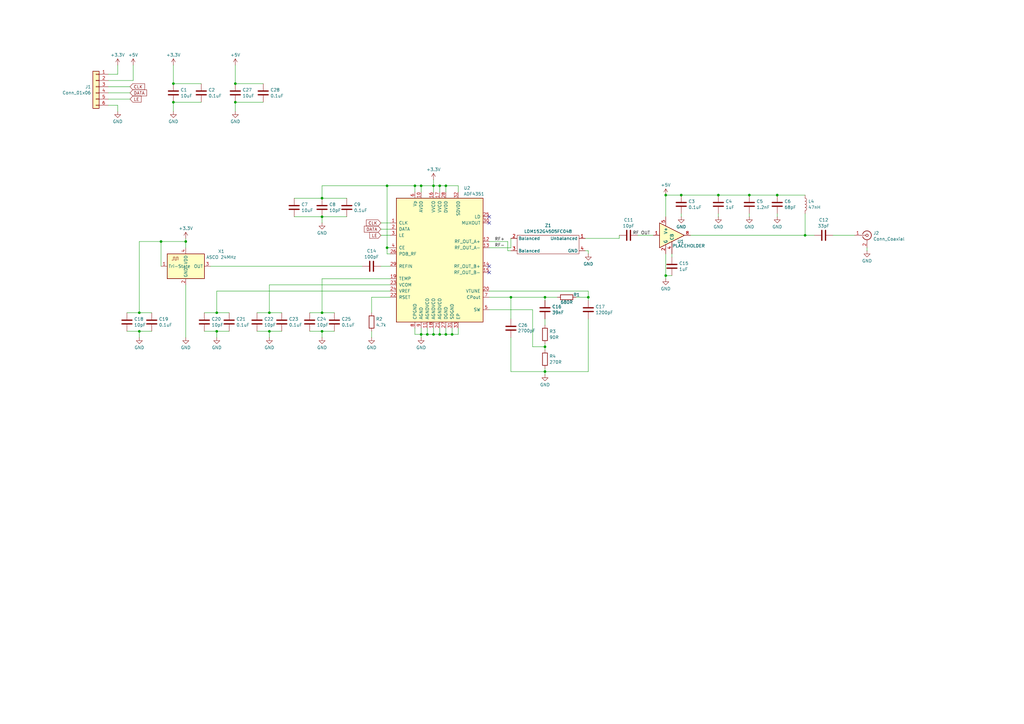
<source format=kicad_sch>
(kicad_sch
	(version 20231120)
	(generator "eeschema")
	(generator_version "8.0")
	(uuid "7317fdb7-5561-4e28-bfde-021e1d9eaab8")
	(paper "A3")
	(lib_symbols
		(symbol "Connector:Conn_Coaxial"
			(pin_names
				(offset 1.016) hide)
			(exclude_from_sim no)
			(in_bom yes)
			(on_board yes)
			(property "Reference" "J"
				(at 0.254 3.048 0)
				(effects
					(font
						(size 1.27 1.27)
					)
				)
			)
			(property "Value" "Conn_Coaxial"
				(at 2.921 0 90)
				(effects
					(font
						(size 1.27 1.27)
					)
				)
			)
			(property "Footprint" ""
				(at 0 0 0)
				(effects
					(font
						(size 1.27 1.27)
					)
					(hide yes)
				)
			)
			(property "Datasheet" "~"
				(at 0 0 0)
				(effects
					(font
						(size 1.27 1.27)
					)
					(hide yes)
				)
			)
			(property "Description" "coaxial connector (BNC, SMA, SMB, SMC, Cinch/RCA, LEMO, ...)"
				(at 0 0 0)
				(effects
					(font
						(size 1.27 1.27)
					)
					(hide yes)
				)
			)
			(property "ki_keywords" "BNC SMA SMB SMC LEMO coaxial connector CINCH RCA MCX MMCX U.FL UMRF"
				(at 0 0 0)
				(effects
					(font
						(size 1.27 1.27)
					)
					(hide yes)
				)
			)
			(property "ki_fp_filters" "*BNC* *SMA* *SMB* *SMC* *Cinch* *LEMO* *UMRF* *MCX* *U.FL*"
				(at 0 0 0)
				(effects
					(font
						(size 1.27 1.27)
					)
					(hide yes)
				)
			)
			(symbol "Conn_Coaxial_0_1"
				(arc
					(start -1.778 -0.508)
					(mid 0.2311 -1.8066)
					(end 1.778 0)
					(stroke
						(width 0.254)
						(type default)
					)
					(fill
						(type none)
					)
				)
				(polyline
					(pts
						(xy -2.54 0) (xy -0.508 0)
					)
					(stroke
						(width 0)
						(type default)
					)
					(fill
						(type none)
					)
				)
				(polyline
					(pts
						(xy 0 -2.54) (xy 0 -1.778)
					)
					(stroke
						(width 0)
						(type default)
					)
					(fill
						(type none)
					)
				)
				(circle
					(center 0 0)
					(radius 0.508)
					(stroke
						(width 0.2032)
						(type default)
					)
					(fill
						(type none)
					)
				)
				(arc
					(start 1.778 0)
					(mid 0.2099 1.8101)
					(end -1.778 0.508)
					(stroke
						(width 0.254)
						(type default)
					)
					(fill
						(type none)
					)
				)
			)
			(symbol "Conn_Coaxial_1_1"
				(pin passive line
					(at -5.08 0 0)
					(length 2.54)
					(name "In"
						(effects
							(font
								(size 1.27 1.27)
							)
						)
					)
					(number "1"
						(effects
							(font
								(size 1.27 1.27)
							)
						)
					)
				)
				(pin passive line
					(at 0 -5.08 90)
					(length 2.54)
					(name "Ext"
						(effects
							(font
								(size 1.27 1.27)
							)
						)
					)
					(number "2"
						(effects
							(font
								(size 1.27 1.27)
							)
						)
					)
				)
			)
		)
		(symbol "Connector_Generic:Conn_01x06"
			(pin_names
				(offset 1.016) hide)
			(exclude_from_sim no)
			(in_bom yes)
			(on_board yes)
			(property "Reference" "J"
				(at 0 7.62 0)
				(effects
					(font
						(size 1.27 1.27)
					)
				)
			)
			(property "Value" "Conn_01x06"
				(at 0 -10.16 0)
				(effects
					(font
						(size 1.27 1.27)
					)
				)
			)
			(property "Footprint" ""
				(at 0 0 0)
				(effects
					(font
						(size 1.27 1.27)
					)
					(hide yes)
				)
			)
			(property "Datasheet" "~"
				(at 0 0 0)
				(effects
					(font
						(size 1.27 1.27)
					)
					(hide yes)
				)
			)
			(property "Description" "Generic connector, single row, 01x06, script generated (kicad-library-utils/schlib/autogen/connector/)"
				(at 0 0 0)
				(effects
					(font
						(size 1.27 1.27)
					)
					(hide yes)
				)
			)
			(property "ki_keywords" "connector"
				(at 0 0 0)
				(effects
					(font
						(size 1.27 1.27)
					)
					(hide yes)
				)
			)
			(property "ki_fp_filters" "Connector*:*_1x??_*"
				(at 0 0 0)
				(effects
					(font
						(size 1.27 1.27)
					)
					(hide yes)
				)
			)
			(symbol "Conn_01x06_1_1"
				(rectangle
					(start -1.27 -7.493)
					(end 0 -7.747)
					(stroke
						(width 0.1524)
						(type default)
					)
					(fill
						(type none)
					)
				)
				(rectangle
					(start -1.27 -4.953)
					(end 0 -5.207)
					(stroke
						(width 0.1524)
						(type default)
					)
					(fill
						(type none)
					)
				)
				(rectangle
					(start -1.27 -2.413)
					(end 0 -2.667)
					(stroke
						(width 0.1524)
						(type default)
					)
					(fill
						(type none)
					)
				)
				(rectangle
					(start -1.27 0.127)
					(end 0 -0.127)
					(stroke
						(width 0.1524)
						(type default)
					)
					(fill
						(type none)
					)
				)
				(rectangle
					(start -1.27 2.667)
					(end 0 2.413)
					(stroke
						(width 0.1524)
						(type default)
					)
					(fill
						(type none)
					)
				)
				(rectangle
					(start -1.27 5.207)
					(end 0 4.953)
					(stroke
						(width 0.1524)
						(type default)
					)
					(fill
						(type none)
					)
				)
				(rectangle
					(start -1.27 6.35)
					(end 1.27 -8.89)
					(stroke
						(width 0.254)
						(type default)
					)
					(fill
						(type background)
					)
				)
				(pin passive line
					(at -5.08 5.08 0)
					(length 3.81)
					(name "Pin_1"
						(effects
							(font
								(size 1.27 1.27)
							)
						)
					)
					(number "1"
						(effects
							(font
								(size 1.27 1.27)
							)
						)
					)
				)
				(pin passive line
					(at -5.08 2.54 0)
					(length 3.81)
					(name "Pin_2"
						(effects
							(font
								(size 1.27 1.27)
							)
						)
					)
					(number "2"
						(effects
							(font
								(size 1.27 1.27)
							)
						)
					)
				)
				(pin passive line
					(at -5.08 0 0)
					(length 3.81)
					(name "Pin_3"
						(effects
							(font
								(size 1.27 1.27)
							)
						)
					)
					(number "3"
						(effects
							(font
								(size 1.27 1.27)
							)
						)
					)
				)
				(pin passive line
					(at -5.08 -2.54 0)
					(length 3.81)
					(name "Pin_4"
						(effects
							(font
								(size 1.27 1.27)
							)
						)
					)
					(number "4"
						(effects
							(font
								(size 1.27 1.27)
							)
						)
					)
				)
				(pin passive line
					(at -5.08 -5.08 0)
					(length 3.81)
					(name "Pin_5"
						(effects
							(font
								(size 1.27 1.27)
							)
						)
					)
					(number "5"
						(effects
							(font
								(size 1.27 1.27)
							)
						)
					)
				)
				(pin passive line
					(at -5.08 -7.62 0)
					(length 3.81)
					(name "Pin_6"
						(effects
							(font
								(size 1.27 1.27)
							)
						)
					)
					(number "6"
						(effects
							(font
								(size 1.27 1.27)
							)
						)
					)
				)
			)
		)
		(symbol "Device:C"
			(pin_numbers hide)
			(pin_names
				(offset 0.254)
			)
			(exclude_from_sim no)
			(in_bom yes)
			(on_board yes)
			(property "Reference" "C"
				(at 0.635 2.54 0)
				(effects
					(font
						(size 1.27 1.27)
					)
					(justify left)
				)
			)
			(property "Value" "C"
				(at 0.635 -2.54 0)
				(effects
					(font
						(size 1.27 1.27)
					)
					(justify left)
				)
			)
			(property "Footprint" ""
				(at 0.9652 -3.81 0)
				(effects
					(font
						(size 1.27 1.27)
					)
					(hide yes)
				)
			)
			(property "Datasheet" "~"
				(at 0 0 0)
				(effects
					(font
						(size 1.27 1.27)
					)
					(hide yes)
				)
			)
			(property "Description" "Unpolarized capacitor"
				(at 0 0 0)
				(effects
					(font
						(size 1.27 1.27)
					)
					(hide yes)
				)
			)
			(property "ki_keywords" "cap capacitor"
				(at 0 0 0)
				(effects
					(font
						(size 1.27 1.27)
					)
					(hide yes)
				)
			)
			(property "ki_fp_filters" "C_*"
				(at 0 0 0)
				(effects
					(font
						(size 1.27 1.27)
					)
					(hide yes)
				)
			)
			(symbol "C_0_1"
				(polyline
					(pts
						(xy -2.032 -0.762) (xy 2.032 -0.762)
					)
					(stroke
						(width 0.508)
						(type default)
					)
					(fill
						(type none)
					)
				)
				(polyline
					(pts
						(xy -2.032 0.762) (xy 2.032 0.762)
					)
					(stroke
						(width 0.508)
						(type default)
					)
					(fill
						(type none)
					)
				)
			)
			(symbol "C_1_1"
				(pin passive line
					(at 0 3.81 270)
					(length 2.794)
					(name "~"
						(effects
							(font
								(size 1.27 1.27)
							)
						)
					)
					(number "1"
						(effects
							(font
								(size 1.27 1.27)
							)
						)
					)
				)
				(pin passive line
					(at 0 -3.81 90)
					(length 2.794)
					(name "~"
						(effects
							(font
								(size 1.27 1.27)
							)
						)
					)
					(number "2"
						(effects
							(font
								(size 1.27 1.27)
							)
						)
					)
				)
			)
		)
		(symbol "Device:L"
			(pin_numbers hide)
			(pin_names
				(offset 1.016) hide)
			(exclude_from_sim no)
			(in_bom yes)
			(on_board yes)
			(property "Reference" "L"
				(at -1.27 0 90)
				(effects
					(font
						(size 1.27 1.27)
					)
				)
			)
			(property "Value" "L"
				(at 1.905 0 90)
				(effects
					(font
						(size 1.27 1.27)
					)
				)
			)
			(property "Footprint" ""
				(at 0 0 0)
				(effects
					(font
						(size 1.27 1.27)
					)
					(hide yes)
				)
			)
			(property "Datasheet" "~"
				(at 0 0 0)
				(effects
					(font
						(size 1.27 1.27)
					)
					(hide yes)
				)
			)
			(property "Description" "Inductor"
				(at 0 0 0)
				(effects
					(font
						(size 1.27 1.27)
					)
					(hide yes)
				)
			)
			(property "ki_keywords" "inductor choke coil reactor magnetic"
				(at 0 0 0)
				(effects
					(font
						(size 1.27 1.27)
					)
					(hide yes)
				)
			)
			(property "ki_fp_filters" "Choke_* *Coil* Inductor_* L_*"
				(at 0 0 0)
				(effects
					(font
						(size 1.27 1.27)
					)
					(hide yes)
				)
			)
			(symbol "L_0_1"
				(arc
					(start 0 -2.54)
					(mid 0.6323 -1.905)
					(end 0 -1.27)
					(stroke
						(width 0)
						(type default)
					)
					(fill
						(type none)
					)
				)
				(arc
					(start 0 -1.27)
					(mid 0.6323 -0.635)
					(end 0 0)
					(stroke
						(width 0)
						(type default)
					)
					(fill
						(type none)
					)
				)
				(arc
					(start 0 0)
					(mid 0.6323 0.635)
					(end 0 1.27)
					(stroke
						(width 0)
						(type default)
					)
					(fill
						(type none)
					)
				)
				(arc
					(start 0 1.27)
					(mid 0.6323 1.905)
					(end 0 2.54)
					(stroke
						(width 0)
						(type default)
					)
					(fill
						(type none)
					)
				)
			)
			(symbol "L_1_1"
				(pin passive line
					(at 0 3.81 270)
					(length 1.27)
					(name "1"
						(effects
							(font
								(size 1.27 1.27)
							)
						)
					)
					(number "1"
						(effects
							(font
								(size 1.27 1.27)
							)
						)
					)
				)
				(pin passive line
					(at 0 -3.81 90)
					(length 1.27)
					(name "2"
						(effects
							(font
								(size 1.27 1.27)
							)
						)
					)
					(number "2"
						(effects
							(font
								(size 1.27 1.27)
							)
						)
					)
				)
			)
		)
		(symbol "Device:R"
			(pin_numbers hide)
			(pin_names
				(offset 0)
			)
			(exclude_from_sim no)
			(in_bom yes)
			(on_board yes)
			(property "Reference" "R"
				(at 2.032 0 90)
				(effects
					(font
						(size 1.27 1.27)
					)
				)
			)
			(property "Value" "R"
				(at 0 0 90)
				(effects
					(font
						(size 1.27 1.27)
					)
				)
			)
			(property "Footprint" ""
				(at -1.778 0 90)
				(effects
					(font
						(size 1.27 1.27)
					)
					(hide yes)
				)
			)
			(property "Datasheet" "~"
				(at 0 0 0)
				(effects
					(font
						(size 1.27 1.27)
					)
					(hide yes)
				)
			)
			(property "Description" "Resistor"
				(at 0 0 0)
				(effects
					(font
						(size 1.27 1.27)
					)
					(hide yes)
				)
			)
			(property "ki_keywords" "R res resistor"
				(at 0 0 0)
				(effects
					(font
						(size 1.27 1.27)
					)
					(hide yes)
				)
			)
			(property "ki_fp_filters" "R_*"
				(at 0 0 0)
				(effects
					(font
						(size 1.27 1.27)
					)
					(hide yes)
				)
			)
			(symbol "R_0_1"
				(rectangle
					(start -1.016 -2.54)
					(end 1.016 2.54)
					(stroke
						(width 0.254)
						(type default)
					)
					(fill
						(type none)
					)
				)
			)
			(symbol "R_1_1"
				(pin passive line
					(at 0 3.81 270)
					(length 1.27)
					(name "~"
						(effects
							(font
								(size 1.27 1.27)
							)
						)
					)
					(number "1"
						(effects
							(font
								(size 1.27 1.27)
							)
						)
					)
				)
				(pin passive line
					(at 0 -3.81 90)
					(length 1.27)
					(name "~"
						(effects
							(font
								(size 1.27 1.27)
							)
						)
					)
					(number "2"
						(effects
							(font
								(size 1.27 1.27)
							)
						)
					)
				)
			)
		)
		(symbol "KNMicroProprietaryRFLIB:LDM152G4505FC048"
			(exclude_from_sim no)
			(in_bom no)
			(on_board yes)
			(property "Reference" "Z"
				(at -12.192 4.826 0)
				(effects
					(font
						(size 1.27 1.27)
					)
				)
			)
			(property "Value" "LDM152G4505FC048"
				(at -3.048 -4.826 0)
				(effects
					(font
						(size 1.27 1.27)
					)
				)
			)
			(property "Footprint" "KNMicroProprietarRFLIB:4 pin 0402"
				(at -1.016 -9.144 0)
				(effects
					(font
						(size 1.27 1.27)
					)
					(hide yes)
				)
			)
			(property "Datasheet" "https://www.mouser.pl/datasheet/2/281/1/Murata_LDM152G4505FC048-2933203.pdf"
				(at -0.254 -7.112 0)
				(effects
					(font
						(size 1.27 1.27)
					)
					(hide yes)
				)
			)
			(property "Description" "2.4GHz BALUN"
				(at 0 0 0)
				(effects
					(font
						(size 1.27 1.27)
					)
					(hide yes)
				)
			)
			(property "ki_keywords" "BALUN, 2.4GHz"
				(at 0 0 0)
				(effects
					(font
						(size 1.27 1.27)
					)
					(hide yes)
				)
			)
			(symbol "LDM152G4505FC048_0_1"
				(rectangle
					(start -12.7 3.81)
					(end 12.7 -3.81)
					(stroke
						(width 0)
						(type default)
					)
					(fill
						(type none)
					)
				)
			)
			(symbol "LDM152G4505FC048_1_1"
				(pin bidirectional line
					(at -15.24 2.54 0)
					(length 2.54)
					(name "Unbalanced"
						(effects
							(font
								(size 1.27 1.27)
							)
						)
					)
					(number "1"
						(effects
							(font
								(size 1.27 1.27)
							)
						)
					)
				)
				(pin bidirectional line
					(at 15.24 2.54 180)
					(length 2.54)
					(name "Balanced"
						(effects
							(font
								(size 1.27 1.27)
							)
						)
					)
					(number "2"
						(effects
							(font
								(size 1.27 1.27)
							)
						)
					)
				)
				(pin bidirectional line
					(at 15.24 -2.54 180)
					(length 2.54)
					(name "Balanced"
						(effects
							(font
								(size 1.27 1.27)
							)
						)
					)
					(number "3"
						(effects
							(font
								(size 1.27 1.27)
							)
						)
					)
				)
				(pin bidirectional line
					(at -15.24 -2.54 0)
					(length 2.54)
					(name "GND"
						(effects
							(font
								(size 1.27 1.27)
							)
						)
					)
					(number "4"
						(effects
							(font
								(size 1.27 1.27)
							)
						)
					)
				)
			)
		)
		(symbol "Oscillator:ASCO"
			(exclude_from_sim no)
			(in_bom yes)
			(on_board yes)
			(property "Reference" "X"
				(at -7.62 6.35 0)
				(effects
					(font
						(size 1.27 1.27)
					)
					(justify left)
				)
			)
			(property "Value" "ASCO"
				(at 1.27 -6.35 0)
				(effects
					(font
						(size 1.27 1.27)
					)
					(justify left)
				)
			)
			(property "Footprint" "Oscillator:Oscillator_SMD_Abracon_ASCO-4Pin_1.6x1.2mm"
				(at 2.54 -8.89 0)
				(effects
					(font
						(size 1.27 1.27)
					)
					(hide yes)
				)
			)
			(property "Datasheet" "https://abracon.com/Oscillators/ASCO.pdf"
				(at -5.715 3.175 0)
				(effects
					(font
						(size 1.27 1.27)
					)
					(hide yes)
				)
			)
			(property "Description" "Crystal Clock Oscillator, Abracon ASCO"
				(at 0 0 0)
				(effects
					(font
						(size 1.27 1.27)
					)
					(hide yes)
				)
			)
			(property "ki_keywords" "Crystal Clock Oscillator"
				(at 0 0 0)
				(effects
					(font
						(size 1.27 1.27)
					)
					(hide yes)
				)
			)
			(property "ki_fp_filters" "Oscillator*Abracon*ASCO*1.6x1.2mm*"
				(at 0 0 0)
				(effects
					(font
						(size 1.27 1.27)
					)
					(hide yes)
				)
			)
			(symbol "ASCO_0_1"
				(rectangle
					(start -7.62 5.08)
					(end 7.62 -5.08)
					(stroke
						(width 0.254)
						(type default)
					)
					(fill
						(type background)
					)
				)
				(polyline
					(pts
						(xy -5.715 2.54) (xy -5.08 2.54) (xy -5.08 3.81) (xy -4.445 3.81) (xy -4.445 2.54) (xy -3.81 2.54)
						(xy -3.81 3.81) (xy -3.175 3.81) (xy -3.175 2.54)
					)
					(stroke
						(width 0)
						(type default)
					)
					(fill
						(type none)
					)
				)
			)
			(symbol "ASCO_1_1"
				(pin input line
					(at -10.16 0 0)
					(length 2.54)
					(name "Tri-State"
						(effects
							(font
								(size 1.27 1.27)
							)
						)
					)
					(number "1"
						(effects
							(font
								(size 1.27 1.27)
							)
						)
					)
				)
				(pin power_in line
					(at 0 -7.62 90)
					(length 2.54)
					(name "GND"
						(effects
							(font
								(size 1.27 1.27)
							)
						)
					)
					(number "2"
						(effects
							(font
								(size 1.27 1.27)
							)
						)
					)
				)
				(pin output line
					(at 10.16 0 180)
					(length 2.54)
					(name "OUT"
						(effects
							(font
								(size 1.27 1.27)
							)
						)
					)
					(number "3"
						(effects
							(font
								(size 1.27 1.27)
							)
						)
					)
				)
				(pin power_in line
					(at 0 7.62 270)
					(length 2.54)
					(name "VDD"
						(effects
							(font
								(size 1.27 1.27)
							)
						)
					)
					(number "4"
						(effects
							(font
								(size 1.27 1.27)
							)
						)
					)
				)
			)
		)
		(symbol "RF_Amplifier:ADL5542"
			(exclude_from_sim no)
			(in_bom yes)
			(on_board yes)
			(property "Reference" "U"
				(at 2.54 6.35 0)
				(effects
					(font
						(size 1.27 1.27)
					)
				)
			)
			(property "Value" "ADL5542"
				(at 3.81 3.81 0)
				(effects
					(font
						(size 1.27 1.27)
					)
				)
			)
			(property "Footprint" "Package_CSP:Analog_LFCSP-8-1EP_3x3mm_P0.5mm_EP1.53x1.85mm"
				(at 3.81 11.43 0)
				(effects
					(font
						(size 1.27 1.27)
					)
					(hide yes)
				)
			)
			(property "Datasheet" "https://www.analog.com/media/en/technical-documentation/data-sheets/ADL5542.pdf"
				(at 0 0 0)
				(effects
					(font
						(size 1.27 1.27)
					)
					(hide yes)
				)
			)
			(property "Description" "20-6000MHz RF/IF +20dB gain block, LFCSP-8"
				(at 0 0 0)
				(effects
					(font
						(size 1.27 1.27)
					)
					(hide yes)
				)
			)
			(property "ki_keywords" "RF GAIN BLOCK"
				(at 0 0 0)
				(effects
					(font
						(size 1.27 1.27)
					)
					(hide yes)
				)
			)
			(property "ki_fp_filters" "Analog*LFCSP*1EP*3x3mm*P0.5mm*EP1.53x1.85mm*"
				(at 0 0 0)
				(effects
					(font
						(size 1.27 1.27)
					)
					(hide yes)
				)
			)
			(symbol "ADL5542_0_1"
				(polyline
					(pts
						(xy 5.08 0) (xy -5.08 5.08) (xy -5.08 -5.08) (xy 5.08 0)
					)
					(stroke
						(width 0.254)
						(type default)
					)
					(fill
						(type background)
					)
				)
			)
			(symbol "ADL5542_1_1"
				(pin input line
					(at -7.62 0 0)
					(length 2.54)
					(name "~"
						(effects
							(font
								(size 1.27 1.27)
							)
						)
					)
					(number "1"
						(effects
							(font
								(size 1.27 1.27)
							)
						)
					)
				)
				(pin power_in line
					(at -2.54 -7.62 90)
					(length 3.81)
					(name "G"
						(effects
							(font
								(size 1.27 1.27)
							)
						)
					)
					(number "2"
						(effects
							(font
								(size 1.27 1.27)
							)
						)
					)
				)
				(pin passive line
					(at 0 -7.62 90)
					(length 5.08)
					(name "CB"
						(effects
							(font
								(size 1.27 1.27)
							)
						)
					)
					(number "4"
						(effects
							(font
								(size 1.27 1.27)
							)
						)
					)
				)
				(pin power_in line
					(at -2.54 7.62 270)
					(length 3.81)
					(name "V+"
						(effects
							(font
								(size 1.27 1.27)
							)
						)
					)
					(number "5"
						(effects
							(font
								(size 1.27 1.27)
							)
						)
					)
				)
				(pin output line
					(at 7.62 0 180)
					(length 2.54)
					(name "~"
						(effects
							(font
								(size 1.27 1.27)
							)
						)
					)
					(number "8"
						(effects
							(font
								(size 1.27 1.27)
							)
						)
					)
				)
			)
		)
		(symbol "Timer_PLL:ADF4351"
			(pin_names
				(offset 1.016)
			)
			(exclude_from_sim no)
			(in_bom yes)
			(on_board yes)
			(property "Reference" "U"
				(at 0 1.27 0)
				(effects
					(font
						(size 1.27 1.27)
					)
				)
			)
			(property "Value" "ADF4351"
				(at 0 -1.27 0)
				(effects
					(font
						(size 1.27 1.27)
					)
				)
			)
			(property "Footprint" "Package_CSP:LFCSP-32-1EP_5x5mm_P0.5mm_EP3.25x3.25mm"
				(at 0 0 0)
				(effects
					(font
						(size 1.27 1.27)
					)
					(hide yes)
				)
			)
			(property "Datasheet" "https://www.analog.com/media/en/technical-documentation/data-sheets/ADF4351.pdf"
				(at 0 0 0)
				(effects
					(font
						(size 1.27 1.27)
					)
					(hide yes)
				)
			)
			(property "Description" "35-4400MHz fractional-N PLL, LFCSP-32"
				(at 0 0 0)
				(effects
					(font
						(size 1.27 1.27)
					)
					(hide yes)
				)
			)
			(property "ki_keywords" "fractional-N PLL"
				(at 0 0 0)
				(effects
					(font
						(size 1.27 1.27)
					)
					(hide yes)
				)
			)
			(property "ki_fp_filters" "LFCSP*32*1EP*5x5mm*P0.5mm*EP3.25x3.25mm*"
				(at 0 0 0)
				(effects
					(font
						(size 1.27 1.27)
					)
					(hide yes)
				)
			)
			(symbol "ADF4351_0_1"
				(rectangle
					(start 17.78 25.4)
					(end -17.78 -25.4)
					(stroke
						(width 0.254)
						(type default)
					)
					(fill
						(type background)
					)
				)
			)
			(symbol "ADF4351_1_1"
				(pin input line
					(at -20.32 15.24 0)
					(length 2.54)
					(name "CLK"
						(effects
							(font
								(size 1.27 1.27)
							)
						)
					)
					(number "1"
						(effects
							(font
								(size 1.27 1.27)
							)
						)
					)
				)
				(pin power_in line
					(at -7.62 27.94 270)
					(length 2.54)
					(name "AVDD"
						(effects
							(font
								(size 1.27 1.27)
							)
						)
					)
					(number "10"
						(effects
							(font
								(size 1.27 1.27)
							)
						)
					)
				)
				(pin power_in line
					(at -5.08 -27.94 90)
					(length 2.54)
					(name "AGNDVCO"
						(effects
							(font
								(size 1.27 1.27)
							)
						)
					)
					(number "11"
						(effects
							(font
								(size 1.27 1.27)
							)
						)
					)
				)
				(pin output line
					(at 20.32 7.62 180)
					(length 2.54)
					(name "RF_OUT_A+"
						(effects
							(font
								(size 1.27 1.27)
							)
						)
					)
					(number "12"
						(effects
							(font
								(size 1.27 1.27)
							)
						)
					)
				)
				(pin output line
					(at 20.32 5.08 180)
					(length 2.54)
					(name "RF_OUT_A-"
						(effects
							(font
								(size 1.27 1.27)
							)
						)
					)
					(number "13"
						(effects
							(font
								(size 1.27 1.27)
							)
						)
					)
				)
				(pin output line
					(at 20.32 -2.54 180)
					(length 2.54)
					(name "RF_OUT_B+"
						(effects
							(font
								(size 1.27 1.27)
							)
						)
					)
					(number "14"
						(effects
							(font
								(size 1.27 1.27)
							)
						)
					)
				)
				(pin output line
					(at 20.32 -5.08 180)
					(length 2.54)
					(name "RF_OUT_B-"
						(effects
							(font
								(size 1.27 1.27)
							)
						)
					)
					(number "15"
						(effects
							(font
								(size 1.27 1.27)
							)
						)
					)
				)
				(pin power_in line
					(at -2.54 27.94 270)
					(length 2.54)
					(name "VVCO"
						(effects
							(font
								(size 1.27 1.27)
							)
						)
					)
					(number "16"
						(effects
							(font
								(size 1.27 1.27)
							)
						)
					)
				)
				(pin power_in line
					(at 0 27.94 270)
					(length 2.54)
					(name "VVCO"
						(effects
							(font
								(size 1.27 1.27)
							)
						)
					)
					(number "17"
						(effects
							(font
								(size 1.27 1.27)
							)
						)
					)
				)
				(pin power_in line
					(at -2.54 -27.94 90)
					(length 2.54)
					(name "AGNDVCO"
						(effects
							(font
								(size 1.27 1.27)
							)
						)
					)
					(number "18"
						(effects
							(font
								(size 1.27 1.27)
							)
						)
					)
				)
				(pin input line
					(at -20.32 -7.62 0)
					(length 2.54)
					(name "TEMP"
						(effects
							(font
								(size 1.27 1.27)
							)
						)
					)
					(number "19"
						(effects
							(font
								(size 1.27 1.27)
							)
						)
					)
				)
				(pin input line
					(at -20.32 12.7 0)
					(length 2.54)
					(name "DATA"
						(effects
							(font
								(size 1.27 1.27)
							)
						)
					)
					(number "2"
						(effects
							(font
								(size 1.27 1.27)
							)
						)
					)
				)
				(pin input line
					(at 20.32 -12.7 180)
					(length 2.54)
					(name "VTUNE"
						(effects
							(font
								(size 1.27 1.27)
							)
						)
					)
					(number "20"
						(effects
							(font
								(size 1.27 1.27)
							)
						)
					)
				)
				(pin power_in line
					(at 0 -27.94 90)
					(length 2.54)
					(name "AGNDVCO"
						(effects
							(font
								(size 1.27 1.27)
							)
						)
					)
					(number "21"
						(effects
							(font
								(size 1.27 1.27)
							)
						)
					)
				)
				(pin input line
					(at -20.32 -15.24 0)
					(length 2.54)
					(name "RSET"
						(effects
							(font
								(size 1.27 1.27)
							)
						)
					)
					(number "22"
						(effects
							(font
								(size 1.27 1.27)
							)
						)
					)
				)
				(pin input line
					(at -20.32 -10.16 0)
					(length 2.54)
					(name "VCOM"
						(effects
							(font
								(size 1.27 1.27)
							)
						)
					)
					(number "23"
						(effects
							(font
								(size 1.27 1.27)
							)
						)
					)
				)
				(pin input line
					(at -20.32 -12.7 0)
					(length 2.54)
					(name "VREF"
						(effects
							(font
								(size 1.27 1.27)
							)
						)
					)
					(number "24"
						(effects
							(font
								(size 1.27 1.27)
							)
						)
					)
				)
				(pin input line
					(at 20.32 17.78 180)
					(length 2.54)
					(name "LD"
						(effects
							(font
								(size 1.27 1.27)
							)
						)
					)
					(number "25"
						(effects
							(font
								(size 1.27 1.27)
							)
						)
					)
				)
				(pin input line
					(at -20.32 2.54 0)
					(length 2.54)
					(name "PDB_RF"
						(effects
							(font
								(size 1.27 1.27)
							)
						)
					)
					(number "26"
						(effects
							(font
								(size 1.27 1.27)
							)
						)
					)
				)
				(pin power_in line
					(at 2.54 -27.94 90)
					(length 2.54)
					(name "DGND"
						(effects
							(font
								(size 1.27 1.27)
							)
						)
					)
					(number "27"
						(effects
							(font
								(size 1.27 1.27)
							)
						)
					)
				)
				(pin power_in line
					(at 2.54 27.94 270)
					(length 2.54)
					(name "DVDD"
						(effects
							(font
								(size 1.27 1.27)
							)
						)
					)
					(number "28"
						(effects
							(font
								(size 1.27 1.27)
							)
						)
					)
				)
				(pin input line
					(at -20.32 -2.54 0)
					(length 2.54)
					(name "REFIN"
						(effects
							(font
								(size 1.27 1.27)
							)
						)
					)
					(number "29"
						(effects
							(font
								(size 1.27 1.27)
							)
						)
					)
				)
				(pin input line
					(at -20.32 10.16 0)
					(length 2.54)
					(name "LE"
						(effects
							(font
								(size 1.27 1.27)
							)
						)
					)
					(number "3"
						(effects
							(font
								(size 1.27 1.27)
							)
						)
					)
				)
				(pin output line
					(at 20.32 15.24 180)
					(length 2.54)
					(name "MUXOUT"
						(effects
							(font
								(size 1.27 1.27)
							)
						)
					)
					(number "30"
						(effects
							(font
								(size 1.27 1.27)
							)
						)
					)
				)
				(pin power_in line
					(at 5.08 -27.94 90)
					(length 2.54)
					(name "SDGND"
						(effects
							(font
								(size 1.27 1.27)
							)
						)
					)
					(number "31"
						(effects
							(font
								(size 1.27 1.27)
							)
						)
					)
				)
				(pin power_in line
					(at 7.62 27.94 270)
					(length 2.54)
					(name "SDVDD"
						(effects
							(font
								(size 1.27 1.27)
							)
						)
					)
					(number "32"
						(effects
							(font
								(size 1.27 1.27)
							)
						)
					)
				)
				(pin power_in line
					(at 7.62 -27.94 90)
					(length 2.54)
					(name "EP"
						(effects
							(font
								(size 1.27 1.27)
							)
						)
					)
					(number "33"
						(effects
							(font
								(size 1.27 1.27)
							)
						)
					)
				)
				(pin input line
					(at -20.32 5.08 0)
					(length 2.54)
					(name "CE"
						(effects
							(font
								(size 1.27 1.27)
							)
						)
					)
					(number "4"
						(effects
							(font
								(size 1.27 1.27)
							)
						)
					)
				)
				(pin input line
					(at 20.32 -20.32 180)
					(length 2.54)
					(name "SW"
						(effects
							(font
								(size 1.27 1.27)
							)
						)
					)
					(number "5"
						(effects
							(font
								(size 1.27 1.27)
							)
						)
					)
				)
				(pin power_in line
					(at -10.16 27.94 270)
					(length 2.54)
					(name "Vp"
						(effects
							(font
								(size 1.27 1.27)
							)
						)
					)
					(number "6"
						(effects
							(font
								(size 1.27 1.27)
							)
						)
					)
				)
				(pin input line
					(at 20.32 -15.24 180)
					(length 2.54)
					(name "CPout"
						(effects
							(font
								(size 1.27 1.27)
							)
						)
					)
					(number "7"
						(effects
							(font
								(size 1.27 1.27)
							)
						)
					)
				)
				(pin power_in line
					(at -10.16 -27.94 90)
					(length 2.54)
					(name "CPGND"
						(effects
							(font
								(size 1.27 1.27)
							)
						)
					)
					(number "8"
						(effects
							(font
								(size 1.27 1.27)
							)
						)
					)
				)
				(pin power_in line
					(at -7.62 -27.94 90)
					(length 2.54)
					(name "AGND"
						(effects
							(font
								(size 1.27 1.27)
							)
						)
					)
					(number "9"
						(effects
							(font
								(size 1.27 1.27)
							)
						)
					)
				)
			)
		)
		(symbol "power:+3.3V"
			(power)
			(pin_numbers hide)
			(pin_names
				(offset 0) hide)
			(exclude_from_sim no)
			(in_bom yes)
			(on_board yes)
			(property "Reference" "#PWR"
				(at 0 -3.81 0)
				(effects
					(font
						(size 1.27 1.27)
					)
					(hide yes)
				)
			)
			(property "Value" "+3.3V"
				(at 0 3.556 0)
				(effects
					(font
						(size 1.27 1.27)
					)
				)
			)
			(property "Footprint" ""
				(at 0 0 0)
				(effects
					(font
						(size 1.27 1.27)
					)
					(hide yes)
				)
			)
			(property "Datasheet" ""
				(at 0 0 0)
				(effects
					(font
						(size 1.27 1.27)
					)
					(hide yes)
				)
			)
			(property "Description" "Power symbol creates a global label with name \"+3.3V\""
				(at 0 0 0)
				(effects
					(font
						(size 1.27 1.27)
					)
					(hide yes)
				)
			)
			(property "ki_keywords" "global power"
				(at 0 0 0)
				(effects
					(font
						(size 1.27 1.27)
					)
					(hide yes)
				)
			)
			(symbol "+3.3V_0_1"
				(polyline
					(pts
						(xy -0.762 1.27) (xy 0 2.54)
					)
					(stroke
						(width 0)
						(type default)
					)
					(fill
						(type none)
					)
				)
				(polyline
					(pts
						(xy 0 0) (xy 0 2.54)
					)
					(stroke
						(width 0)
						(type default)
					)
					(fill
						(type none)
					)
				)
				(polyline
					(pts
						(xy 0 2.54) (xy 0.762 1.27)
					)
					(stroke
						(width 0)
						(type default)
					)
					(fill
						(type none)
					)
				)
			)
			(symbol "+3.3V_1_1"
				(pin power_in line
					(at 0 0 90)
					(length 0)
					(name "~"
						(effects
							(font
								(size 1.27 1.27)
							)
						)
					)
					(number "1"
						(effects
							(font
								(size 1.27 1.27)
							)
						)
					)
				)
			)
		)
		(symbol "power:+5V"
			(power)
			(pin_numbers hide)
			(pin_names
				(offset 0) hide)
			(exclude_from_sim no)
			(in_bom yes)
			(on_board yes)
			(property "Reference" "#PWR"
				(at 0 -3.81 0)
				(effects
					(font
						(size 1.27 1.27)
					)
					(hide yes)
				)
			)
			(property "Value" "+5V"
				(at 0 3.556 0)
				(effects
					(font
						(size 1.27 1.27)
					)
				)
			)
			(property "Footprint" ""
				(at 0 0 0)
				(effects
					(font
						(size 1.27 1.27)
					)
					(hide yes)
				)
			)
			(property "Datasheet" ""
				(at 0 0 0)
				(effects
					(font
						(size 1.27 1.27)
					)
					(hide yes)
				)
			)
			(property "Description" "Power symbol creates a global label with name \"+5V\""
				(at 0 0 0)
				(effects
					(font
						(size 1.27 1.27)
					)
					(hide yes)
				)
			)
			(property "ki_keywords" "global power"
				(at 0 0 0)
				(effects
					(font
						(size 1.27 1.27)
					)
					(hide yes)
				)
			)
			(symbol "+5V_0_1"
				(polyline
					(pts
						(xy -0.762 1.27) (xy 0 2.54)
					)
					(stroke
						(width 0)
						(type default)
					)
					(fill
						(type none)
					)
				)
				(polyline
					(pts
						(xy 0 0) (xy 0 2.54)
					)
					(stroke
						(width 0)
						(type default)
					)
					(fill
						(type none)
					)
				)
				(polyline
					(pts
						(xy 0 2.54) (xy 0.762 1.27)
					)
					(stroke
						(width 0)
						(type default)
					)
					(fill
						(type none)
					)
				)
			)
			(symbol "+5V_1_1"
				(pin power_in line
					(at 0 0 90)
					(length 0)
					(name "~"
						(effects
							(font
								(size 1.27 1.27)
							)
						)
					)
					(number "1"
						(effects
							(font
								(size 1.27 1.27)
							)
						)
					)
				)
			)
		)
		(symbol "power:GND"
			(power)
			(pin_numbers hide)
			(pin_names
				(offset 0) hide)
			(exclude_from_sim no)
			(in_bom yes)
			(on_board yes)
			(property "Reference" "#PWR"
				(at 0 -6.35 0)
				(effects
					(font
						(size 1.27 1.27)
					)
					(hide yes)
				)
			)
			(property "Value" "GND"
				(at 0 -3.81 0)
				(effects
					(font
						(size 1.27 1.27)
					)
				)
			)
			(property "Footprint" ""
				(at 0 0 0)
				(effects
					(font
						(size 1.27 1.27)
					)
					(hide yes)
				)
			)
			(property "Datasheet" ""
				(at 0 0 0)
				(effects
					(font
						(size 1.27 1.27)
					)
					(hide yes)
				)
			)
			(property "Description" "Power symbol creates a global label with name \"GND\" , ground"
				(at 0 0 0)
				(effects
					(font
						(size 1.27 1.27)
					)
					(hide yes)
				)
			)
			(property "ki_keywords" "global power"
				(at 0 0 0)
				(effects
					(font
						(size 1.27 1.27)
					)
					(hide yes)
				)
			)
			(symbol "GND_0_1"
				(polyline
					(pts
						(xy 0 0) (xy 0 -1.27) (xy 1.27 -1.27) (xy 0 -2.54) (xy -1.27 -1.27) (xy 0 -1.27)
					)
					(stroke
						(width 0)
						(type default)
					)
					(fill
						(type none)
					)
				)
			)
			(symbol "GND_1_1"
				(pin power_in line
					(at 0 0 270)
					(length 0)
					(name "~"
						(effects
							(font
								(size 1.27 1.27)
							)
						)
					)
					(number "1"
						(effects
							(font
								(size 1.27 1.27)
							)
						)
					)
				)
			)
		)
	)
	(junction
		(at 209.55 121.92)
		(diameter 0)
		(color 0 0 0 0)
		(uuid "07ff11b0-881c-4293-94c9-e7c5ab44b2ff")
	)
	(junction
		(at 172.72 137.16)
		(diameter 0)
		(color 0 0 0 0)
		(uuid "0949e202-e551-4b5e-a6eb-3ee834c89e7e")
	)
	(junction
		(at 71.12 41.91)
		(diameter 0)
		(color 0 0 0 0)
		(uuid "0a19195a-e19a-42c8-a1e8-b235b6bf39c1")
	)
	(junction
		(at 158.75 101.6)
		(diameter 0)
		(color 0 0 0 0)
		(uuid "1754f925-259d-43a1-afcb-4cf8e3707cc2")
	)
	(junction
		(at 273.05 113.03)
		(diameter 0)
		(color 0 0 0 0)
		(uuid "1b131910-de83-4eab-bb68-04affcb63e81")
	)
	(junction
		(at 66.04 99.06)
		(diameter 0)
		(color 0 0 0 0)
		(uuid "1bfd1c45-216d-4052-b4c7-6ee160d7fcd7")
	)
	(junction
		(at 279.4 80.01)
		(diameter 0)
		(color 0 0 0 0)
		(uuid "1ce7ed45-3ed5-4f6e-b186-2d3b90f3c96e")
	)
	(junction
		(at 241.3 121.92)
		(diameter 0)
		(color 0 0 0 0)
		(uuid "1f50c003-4615-450a-ae01-43d310621b1b")
	)
	(junction
		(at 96.52 34.29)
		(diameter 0)
		(color 0 0 0 0)
		(uuid "252e44d9-253b-41b1-9215-a911bf912e30")
	)
	(junction
		(at 180.34 137.16)
		(diameter 0)
		(color 0 0 0 0)
		(uuid "256de01e-190b-4fc4-b91f-1d3140da465b")
	)
	(junction
		(at 273.05 80.01)
		(diameter 0)
		(color 0 0 0 0)
		(uuid "2f463e31-98c6-4b20-a74e-fe0a916b26dc")
	)
	(junction
		(at 177.8 76.2)
		(diameter 0)
		(color 0 0 0 0)
		(uuid "39212069-2f64-49f8-8714-8b1d05df9b64")
	)
	(junction
		(at 223.52 121.92)
		(diameter 0)
		(color 0 0 0 0)
		(uuid "3e51f036-182d-455a-9669-d45aa1305083")
	)
	(junction
		(at 88.9 135.89)
		(diameter 0)
		(color 0 0 0 0)
		(uuid "3efbf521-2d96-4e56-b227-b1c86435cc60")
	)
	(junction
		(at 223.52 152.4)
		(diameter 0)
		(color 0 0 0 0)
		(uuid "52705505-a215-46d2-9c54-3ebf592c12c7")
	)
	(junction
		(at 71.12 34.29)
		(diameter 0)
		(color 0 0 0 0)
		(uuid "787724ef-f140-4769-a912-86658c8e1c41")
	)
	(junction
		(at 132.08 128.27)
		(diameter 0)
		(color 0 0 0 0)
		(uuid "7c8ed146-fe59-4402-999d-7919606f0392")
	)
	(junction
		(at 223.52 142.24)
		(diameter 0)
		(color 0 0 0 0)
		(uuid "7cf89da8-b7d7-49d2-9844-e6f6705be627")
	)
	(junction
		(at 170.18 76.2)
		(diameter 0)
		(color 0 0 0 0)
		(uuid "8dc0c656-ce1c-4b16-83d0-a58473d1bfb5")
	)
	(junction
		(at 318.77 80.01)
		(diameter 0)
		(color 0 0 0 0)
		(uuid "94764cec-a023-4b4b-98fa-04ebb11b9c3f")
	)
	(junction
		(at 158.75 76.2)
		(diameter 0)
		(color 0 0 0 0)
		(uuid "9791d8a8-21bc-49ed-b252-d57aa3dc749d")
	)
	(junction
		(at 57.15 135.89)
		(diameter 0)
		(color 0 0 0 0)
		(uuid "a13e5028-81cf-4378-868a-53288f77640e")
	)
	(junction
		(at 76.2 99.06)
		(diameter 0)
		(color 0 0 0 0)
		(uuid "abbacd43-c024-41f4-89fe-c588c17afa32")
	)
	(junction
		(at 96.52 41.91)
		(diameter 0)
		(color 0 0 0 0)
		(uuid "ac36c379-d217-42a0-bb2c-0562eb1a65a0")
	)
	(junction
		(at 110.49 135.89)
		(diameter 0)
		(color 0 0 0 0)
		(uuid "b2cf3d86-ad33-4418-9239-f859dedaf467")
	)
	(junction
		(at 110.49 128.27)
		(diameter 0)
		(color 0 0 0 0)
		(uuid "bde4c3bd-6b78-489a-a87e-9d45b2062c9d")
	)
	(junction
		(at 132.08 88.9)
		(diameter 0)
		(color 0 0 0 0)
		(uuid "c0d76f6b-25a9-4743-9ed1-705c315cc0e9")
	)
	(junction
		(at 294.64 80.01)
		(diameter 0)
		(color 0 0 0 0)
		(uuid "c25305af-c35a-4245-b8cf-7a5b40be5580")
	)
	(junction
		(at 132.08 135.89)
		(diameter 0)
		(color 0 0 0 0)
		(uuid "c2579d54-9960-4c5e-b683-84e0521f9e88")
	)
	(junction
		(at 330.2 96.52)
		(diameter 0)
		(color 0 0 0 0)
		(uuid "c2ab872e-94e2-4cb4-beb3-46a302106822")
	)
	(junction
		(at 132.08 81.28)
		(diameter 0)
		(color 0 0 0 0)
		(uuid "c2fcd175-7aa8-400e-bfca-1480d3404437")
	)
	(junction
		(at 185.42 137.16)
		(diameter 0)
		(color 0 0 0 0)
		(uuid "c3c0ab39-227d-41d6-ba5b-f414dc725a8c")
	)
	(junction
		(at 177.8 137.16)
		(diameter 0)
		(color 0 0 0 0)
		(uuid "caf1e905-b5e4-4f23-913e-af55dae07f2a")
	)
	(junction
		(at 182.88 76.2)
		(diameter 0)
		(color 0 0 0 0)
		(uuid "cd9ee40c-15bd-4f61-a5e6-be656d6b431b")
	)
	(junction
		(at 307.34 80.01)
		(diameter 0)
		(color 0 0 0 0)
		(uuid "ce6112c3-3786-48c9-a312-c6169b28c38b")
	)
	(junction
		(at 57.15 128.27)
		(diameter 0)
		(color 0 0 0 0)
		(uuid "d35d626b-019d-4902-93a7-d39cb309f272")
	)
	(junction
		(at 180.34 76.2)
		(diameter 0)
		(color 0 0 0 0)
		(uuid "d9c4bd57-e3fd-4206-a7bd-f776825b8e80")
	)
	(junction
		(at 175.26 137.16)
		(diameter 0)
		(color 0 0 0 0)
		(uuid "dae74413-2b88-450b-a342-5cbb4e312e1a")
	)
	(junction
		(at 88.9 128.27)
		(diameter 0)
		(color 0 0 0 0)
		(uuid "e2368290-e554-4b9b-b153-aa2c93b97767")
	)
	(junction
		(at 172.72 76.2)
		(diameter 0)
		(color 0 0 0 0)
		(uuid "ff6ae118-e75c-4b1b-88d0-f071a81505e4")
	)
	(junction
		(at 182.88 137.16)
		(diameter 0)
		(color 0 0 0 0)
		(uuid "ffca6135-70a9-4158-98cc-a90bab66a855")
	)
	(no_connect
		(at 200.66 88.9)
		(uuid "093ca829-cf30-43ea-b166-96f7c69ced28")
	)
	(no_connect
		(at 200.66 91.44)
		(uuid "4a9735e6-3dec-410c-8048-df7ee04eea97")
	)
	(no_connect
		(at 200.66 109.22)
		(uuid "72d324f6-4723-4693-ac42-f3dd91f38ac2")
	)
	(no_connect
		(at 200.66 111.76)
		(uuid "d24bebd3-66b7-472a-848d-c64e1541a000")
	)
	(wire
		(pts
			(xy 88.9 135.89) (xy 93.98 135.89)
		)
		(stroke
			(width 0)
			(type default)
		)
		(uuid "031c9773-f33f-418e-ab66-983d509c8668")
	)
	(wire
		(pts
			(xy 83.82 135.89) (xy 88.9 135.89)
		)
		(stroke
			(width 0)
			(type default)
		)
		(uuid "062684fd-7956-4c0c-a894-2abdfde06f30")
	)
	(wire
		(pts
			(xy 180.34 137.16) (xy 177.8 137.16)
		)
		(stroke
			(width 0)
			(type default)
		)
		(uuid "0bdf47f8-0a84-4946-a1b3-fa5066669632")
	)
	(wire
		(pts
			(xy 57.15 135.89) (xy 57.15 138.43)
		)
		(stroke
			(width 0)
			(type default)
		)
		(uuid "0c2bf018-a84e-453b-af3c-0fa7cbf1d155")
	)
	(wire
		(pts
			(xy 57.15 99.06) (xy 66.04 99.06)
		)
		(stroke
			(width 0)
			(type default)
		)
		(uuid "0ce3c9f4-eb3e-49a6-a416-ffda43c62faa")
	)
	(wire
		(pts
			(xy 279.4 80.01) (xy 294.64 80.01)
		)
		(stroke
			(width 0)
			(type default)
		)
		(uuid "123457e7-0c77-46c1-a2dc-b91f44ac52f8")
	)
	(wire
		(pts
			(xy 273.05 104.14) (xy 273.05 113.03)
		)
		(stroke
			(width 0)
			(type default)
		)
		(uuid "1575d3ef-9baa-4a9c-9889-b88777cd07a2")
	)
	(wire
		(pts
			(xy 241.3 152.4) (xy 241.3 130.81)
		)
		(stroke
			(width 0)
			(type default)
		)
		(uuid "16486f88-d4f7-4669-ae10-3303849435e7")
	)
	(wire
		(pts
			(xy 76.2 97.79) (xy 76.2 99.06)
		)
		(stroke
			(width 0)
			(type default)
		)
		(uuid "16a0a90c-5a8b-4199-b800-d34ad04ef772")
	)
	(wire
		(pts
			(xy 110.49 135.89) (xy 115.57 135.89)
		)
		(stroke
			(width 0)
			(type default)
		)
		(uuid "16d7ddb1-2579-468c-ab34-e59847ad1909")
	)
	(wire
		(pts
			(xy 187.96 76.2) (xy 182.88 76.2)
		)
		(stroke
			(width 0)
			(type default)
		)
		(uuid "1a84a338-c8bf-4aa4-8a32-5f999498b925")
	)
	(wire
		(pts
			(xy 152.4 128.27) (xy 152.4 121.92)
		)
		(stroke
			(width 0)
			(type default)
		)
		(uuid "1c4435b7-7824-4a47-8fbb-fe407538ac90")
	)
	(wire
		(pts
			(xy 44.45 30.48) (xy 48.26 30.48)
		)
		(stroke
			(width 0)
			(type default)
		)
		(uuid "1ea65c7f-3cd1-4994-8354-ce407ee38e66")
	)
	(wire
		(pts
			(xy 223.52 142.24) (xy 223.52 143.51)
		)
		(stroke
			(width 0)
			(type default)
		)
		(uuid "1eaa066e-6e34-482a-bff1-725b6f332fde")
	)
	(wire
		(pts
			(xy 330.2 96.52) (xy 283.21 96.52)
		)
		(stroke
			(width 0)
			(type default)
		)
		(uuid "23c58299-b37c-4775-855b-0251d6eeb905")
	)
	(wire
		(pts
			(xy 223.52 152.4) (xy 223.52 151.13)
		)
		(stroke
			(width 0)
			(type default)
		)
		(uuid "24bcb34c-2684-4378-a6dd-41377246c934")
	)
	(wire
		(pts
			(xy 200.66 127) (xy 218.44 127)
		)
		(stroke
			(width 0)
			(type default)
		)
		(uuid "260ccf9c-4dd6-4d26-a6e5-fef3f06bd2a5")
	)
	(wire
		(pts
			(xy 180.34 76.2) (xy 177.8 76.2)
		)
		(stroke
			(width 0)
			(type default)
		)
		(uuid "28166156-2dfd-4fc1-a762-269e999afc25")
	)
	(wire
		(pts
			(xy 160.02 114.3) (xy 132.08 114.3)
		)
		(stroke
			(width 0)
			(type default)
		)
		(uuid "29d56782-551e-4e5a-b271-ba09f84c9bd3")
	)
	(wire
		(pts
			(xy 127 135.89) (xy 132.08 135.89)
		)
		(stroke
			(width 0)
			(type default)
		)
		(uuid "2be66e54-0ac9-42ea-9bd7-029a6549bec7")
	)
	(wire
		(pts
			(xy 156.21 109.22) (xy 160.02 109.22)
		)
		(stroke
			(width 0)
			(type default)
		)
		(uuid "2c5cfc76-51c3-427a-ab6f-6a644e5f2694")
	)
	(wire
		(pts
			(xy 172.72 134.62) (xy 172.72 137.16)
		)
		(stroke
			(width 0)
			(type default)
		)
		(uuid "2d663b19-5e81-4573-b8f7-ac2c4ac3ead2")
	)
	(wire
		(pts
			(xy 241.3 102.87) (xy 241.3 104.14)
		)
		(stroke
			(width 0)
			(type default)
		)
		(uuid "30a69d36-a523-4454-9e60-1bd5b7cbb134")
	)
	(wire
		(pts
			(xy 273.05 113.03) (xy 275.59 113.03)
		)
		(stroke
			(width 0)
			(type default)
		)
		(uuid "31dc2202-2725-4ea4-9d82-c3d7b9a72554")
	)
	(wire
		(pts
			(xy 88.9 128.27) (xy 93.98 128.27)
		)
		(stroke
			(width 0)
			(type default)
		)
		(uuid "33b7e2d7-3515-4ec9-ad8b-673477514263")
	)
	(wire
		(pts
			(xy 218.44 142.24) (xy 223.52 142.24)
		)
		(stroke
			(width 0)
			(type default)
		)
		(uuid "35da6877-416e-4b51-a123-ab7c6431dfbc")
	)
	(wire
		(pts
			(xy 187.96 134.62) (xy 187.96 137.16)
		)
		(stroke
			(width 0)
			(type default)
		)
		(uuid "382fcb8c-553b-42bb-a9dc-ed6440486cea")
	)
	(wire
		(pts
			(xy 175.26 137.16) (xy 172.72 137.16)
		)
		(stroke
			(width 0)
			(type default)
		)
		(uuid "3868c00c-5adf-4380-a3cd-781f93b91ae9")
	)
	(wire
		(pts
			(xy 66.04 99.06) (xy 66.04 109.22)
		)
		(stroke
			(width 0)
			(type default)
		)
		(uuid "3ab926b2-a603-4c2d-9e44-0d189889b17a")
	)
	(wire
		(pts
			(xy 170.18 76.2) (xy 172.72 76.2)
		)
		(stroke
			(width 0)
			(type default)
		)
		(uuid "3ae4ac84-a802-46b6-8e87-4c6b62dbd1bf")
	)
	(wire
		(pts
			(xy 209.55 121.92) (xy 209.55 130.81)
		)
		(stroke
			(width 0)
			(type default)
		)
		(uuid "3c7cddeb-e24f-4639-8c08-346e0b3c6a2e")
	)
	(wire
		(pts
			(xy 218.44 127) (xy 218.44 142.24)
		)
		(stroke
			(width 0)
			(type default)
		)
		(uuid "3d6aebf1-0236-4216-a5f8-f7b4b7921d0f")
	)
	(wire
		(pts
			(xy 209.55 152.4) (xy 223.52 152.4)
		)
		(stroke
			(width 0)
			(type default)
		)
		(uuid "3e07835c-f85b-4cdc-afb2-bf88fad8291b")
	)
	(wire
		(pts
			(xy 208.28 99.06) (xy 200.66 99.06)
		)
		(stroke
			(width 0)
			(type default)
		)
		(uuid "4277ca30-5d8b-40e3-bdad-6de73e1cdc20")
	)
	(wire
		(pts
			(xy 182.88 137.16) (xy 180.34 137.16)
		)
		(stroke
			(width 0)
			(type default)
		)
		(uuid "440b07dd-4bd4-4dd6-8119-79b0b34335b9")
	)
	(wire
		(pts
			(xy 44.45 33.02) (xy 54.61 33.02)
		)
		(stroke
			(width 0)
			(type default)
		)
		(uuid "46416fca-557f-4036-b8ab-7ebee6b2958b")
	)
	(wire
		(pts
			(xy 223.52 121.92) (xy 228.6 121.92)
		)
		(stroke
			(width 0)
			(type default)
		)
		(uuid "47131aae-da71-476a-8107-787bbf1d9fd8")
	)
	(wire
		(pts
			(xy 152.4 121.92) (xy 160.02 121.92)
		)
		(stroke
			(width 0)
			(type default)
		)
		(uuid "496595e3-b8f7-474f-bf87-fc6659ee9ca8")
	)
	(wire
		(pts
			(xy 48.26 43.18) (xy 48.26 45.72)
		)
		(stroke
			(width 0)
			(type default)
		)
		(uuid "4b191c3b-15b5-4fdb-a332-3b0eb11ea5f7")
	)
	(wire
		(pts
			(xy 223.52 152.4) (xy 223.52 153.67)
		)
		(stroke
			(width 0)
			(type default)
		)
		(uuid "4b83b003-e0aa-44dd-9d1f-69214d4454b9")
	)
	(wire
		(pts
			(xy 341.63 96.52) (xy 350.52 96.52)
		)
		(stroke
			(width 0)
			(type default)
		)
		(uuid "4ba12d0a-3944-49df-bc55-88d2b738db36")
	)
	(wire
		(pts
			(xy 57.15 128.27) (xy 57.15 99.06)
		)
		(stroke
			(width 0)
			(type default)
		)
		(uuid "4d6b442d-ea7a-41a4-9652-93241f45fc8a")
	)
	(wire
		(pts
			(xy 71.12 41.91) (xy 82.55 41.91)
		)
		(stroke
			(width 0)
			(type default)
		)
		(uuid "5362085b-0624-4561-941a-e9c6c1c29dfc")
	)
	(wire
		(pts
			(xy 88.9 128.27) (xy 88.9 119.38)
		)
		(stroke
			(width 0)
			(type default)
		)
		(uuid "53a8ee88-3ead-4465-a04d-4e67ff7b1259")
	)
	(wire
		(pts
			(xy 208.28 102.87) (xy 209.55 102.87)
		)
		(stroke
			(width 0)
			(type default)
		)
		(uuid "55c0d5c2-31ef-4faf-8f06-7ca7cba1aa09")
	)
	(wire
		(pts
			(xy 132.08 81.28) (xy 142.24 81.28)
		)
		(stroke
			(width 0)
			(type default)
		)
		(uuid "56393a5a-c825-4559-875a-2839f98ca437")
	)
	(wire
		(pts
			(xy 241.3 119.38) (xy 241.3 121.92)
		)
		(stroke
			(width 0)
			(type default)
		)
		(uuid "5857df4e-d8f1-4db1-931e-6d6e1b48c812")
	)
	(wire
		(pts
			(xy 318.77 87.63) (xy 318.77 88.9)
		)
		(stroke
			(width 0)
			(type default)
		)
		(uuid "59172415-d5c3-4bfa-8262-43fd1bbcdf60")
	)
	(wire
		(pts
			(xy 177.8 134.62) (xy 177.8 137.16)
		)
		(stroke
			(width 0)
			(type default)
		)
		(uuid "5a5d09ca-d6b5-4059-a337-104ad1d74110")
	)
	(wire
		(pts
			(xy 105.41 135.89) (xy 110.49 135.89)
		)
		(stroke
			(width 0)
			(type default)
		)
		(uuid "5ab68533-652b-4216-bfb6-586c5ade433e")
	)
	(wire
		(pts
			(xy 177.8 137.16) (xy 175.26 137.16)
		)
		(stroke
			(width 0)
			(type default)
		)
		(uuid "5b205427-46dd-4ac2-86bd-d8507458f365")
	)
	(wire
		(pts
			(xy 71.12 41.91) (xy 71.12 45.72)
		)
		(stroke
			(width 0)
			(type default)
		)
		(uuid "5b970236-cd49-4bb9-b4f6-c189d19cf317")
	)
	(wire
		(pts
			(xy 120.65 88.9) (xy 132.08 88.9)
		)
		(stroke
			(width 0)
			(type default)
		)
		(uuid "5bedd0ee-c7f3-4800-a1bc-e710e30ab90b")
	)
	(wire
		(pts
			(xy 52.07 128.27) (xy 57.15 128.27)
		)
		(stroke
			(width 0)
			(type default)
		)
		(uuid "5d7b4293-64c0-482f-acab-5f4401f7d880")
	)
	(wire
		(pts
			(xy 57.15 128.27) (xy 62.23 128.27)
		)
		(stroke
			(width 0)
			(type default)
		)
		(uuid "5dacdee2-38ff-4208-be58-68fde54f2977")
	)
	(wire
		(pts
			(xy 185.42 134.62) (xy 185.42 137.16)
		)
		(stroke
			(width 0)
			(type default)
		)
		(uuid "5f0b341b-86e2-4782-a482-296b749300a3")
	)
	(wire
		(pts
			(xy 170.18 134.62) (xy 170.18 137.16)
		)
		(stroke
			(width 0)
			(type default)
		)
		(uuid "625b4339-8573-47f7-b4fd-681bf0557b60")
	)
	(wire
		(pts
			(xy 160.02 101.6) (xy 158.75 101.6)
		)
		(stroke
			(width 0)
			(type default)
		)
		(uuid "67491925-bbef-433b-96da-12d9b01d6d6f")
	)
	(wire
		(pts
			(xy 44.45 40.64) (xy 53.34 40.64)
		)
		(stroke
			(width 0)
			(type default)
		)
		(uuid "68b8a0bc-c05f-49e3-bc8a-a3c4f761ddd2")
	)
	(wire
		(pts
			(xy 96.52 26.67) (xy 96.52 34.29)
		)
		(stroke
			(width 0)
			(type default)
		)
		(uuid "69b9235e-4d09-4702-95be-c720b46cb737")
	)
	(wire
		(pts
			(xy 240.03 102.87) (xy 241.3 102.87)
		)
		(stroke
			(width 0)
			(type default)
		)
		(uuid "6bd9dad7-c902-4b56-b5e4-840aee6e0526")
	)
	(wire
		(pts
			(xy 57.15 135.89) (xy 62.23 135.89)
		)
		(stroke
			(width 0)
			(type default)
		)
		(uuid "6cc69e68-74e6-4dd3-b191-40bbb6c30bd2")
	)
	(wire
		(pts
			(xy 223.52 130.81) (xy 223.52 133.35)
		)
		(stroke
			(width 0)
			(type default)
		)
		(uuid "6f74ff9f-378b-4c21-8aff-391ecd3a0fc8")
	)
	(wire
		(pts
			(xy 96.52 41.91) (xy 107.95 41.91)
		)
		(stroke
			(width 0)
			(type default)
		)
		(uuid "6f87a9a2-63e3-4065-a2ec-d004561cc8b3")
	)
	(wire
		(pts
			(xy 175.26 134.62) (xy 175.26 137.16)
		)
		(stroke
			(width 0)
			(type default)
		)
		(uuid "7009ab9b-d0cf-4e89-9a48-caad3c3b3514")
	)
	(wire
		(pts
			(xy 223.52 121.92) (xy 223.52 123.19)
		)
		(stroke
			(width 0)
			(type default)
		)
		(uuid "7038aaf7-84ff-44bd-b73e-a0808a395035")
	)
	(wire
		(pts
			(xy 88.9 135.89) (xy 88.9 138.43)
		)
		(stroke
			(width 0)
			(type default)
		)
		(uuid "728348b2-81b8-454f-81b2-e5e049f1cee1")
	)
	(wire
		(pts
			(xy 105.41 128.27) (xy 110.49 128.27)
		)
		(stroke
			(width 0)
			(type default)
		)
		(uuid "7344c029-6ddc-42cc-baaa-b831e38ca6d3")
	)
	(wire
		(pts
			(xy 158.75 101.6) (xy 158.75 76.2)
		)
		(stroke
			(width 0)
			(type default)
		)
		(uuid "74e43d0a-aca3-4896-ba75-6bb04be6822e")
	)
	(wire
		(pts
			(xy 76.2 116.84) (xy 76.2 138.43)
		)
		(stroke
			(width 0)
			(type default)
		)
		(uuid "78a20db7-a37a-4aff-9029-e52fac33e3e0")
	)
	(wire
		(pts
			(xy 132.08 114.3) (xy 132.08 128.27)
		)
		(stroke
			(width 0)
			(type default)
		)
		(uuid "799c0ae6-19a8-43fa-b7e7-22a2b3baf47a")
	)
	(wire
		(pts
			(xy 261.62 96.52) (xy 267.97 96.52)
		)
		(stroke
			(width 0)
			(type default)
		)
		(uuid "7ace06db-5f75-4809-af2f-d5f1df7e8f17")
	)
	(wire
		(pts
			(xy 76.2 99.06) (xy 76.2 101.6)
		)
		(stroke
			(width 0)
			(type default)
		)
		(uuid "7e6227e6-df1a-428f-bd2d-641074e3aad7")
	)
	(wire
		(pts
			(xy 182.88 78.74) (xy 182.88 76.2)
		)
		(stroke
			(width 0)
			(type default)
		)
		(uuid "7f4a76d0-f078-40df-9f1c-0123f955b182")
	)
	(wire
		(pts
			(xy 52.07 135.89) (xy 57.15 135.89)
		)
		(stroke
			(width 0)
			(type default)
		)
		(uuid "80e8c9bb-cbf8-4957-8f6c-6d525411932a")
	)
	(wire
		(pts
			(xy 132.08 128.27) (xy 137.16 128.27)
		)
		(stroke
			(width 0)
			(type default)
		)
		(uuid "82498b51-2b97-4f8a-8c3a-a5d4b13d1841")
	)
	(wire
		(pts
			(xy 223.52 152.4) (xy 241.3 152.4)
		)
		(stroke
			(width 0)
			(type default)
		)
		(uuid "834e8ef0-5aeb-44fd-975c-b3297912876c")
	)
	(wire
		(pts
			(xy 158.75 76.2) (xy 132.08 76.2)
		)
		(stroke
			(width 0)
			(type default)
		)
		(uuid "837943df-b318-4143-b4bc-317854d98251")
	)
	(wire
		(pts
			(xy 44.45 35.56) (xy 53.34 35.56)
		)
		(stroke
			(width 0)
			(type default)
		)
		(uuid "85d8c2c0-dee6-4196-9ec9-66a7182d8bd2")
	)
	(wire
		(pts
			(xy 182.88 134.62) (xy 182.88 137.16)
		)
		(stroke
			(width 0)
			(type default)
		)
		(uuid "88f2551e-9da1-4c1d-a5a2-ee6787d73649")
	)
	(wire
		(pts
			(xy 273.05 88.9) (xy 273.05 80.01)
		)
		(stroke
			(width 0)
			(type default)
		)
		(uuid "89110106-3ec7-4b1f-a875-7d590707c8b3")
	)
	(wire
		(pts
			(xy 209.55 138.43) (xy 209.55 152.4)
		)
		(stroke
			(width 0)
			(type default)
		)
		(uuid "8ab42b70-5d3d-48e4-8daa-94fd3d09b5f6")
	)
	(wire
		(pts
			(xy 240.03 97.79) (xy 254 97.79)
		)
		(stroke
			(width 0)
			(type default)
		)
		(uuid "8dc08ba3-211a-4e43-975c-035d839a55eb")
	)
	(wire
		(pts
			(xy 170.18 76.2) (xy 170.18 78.74)
		)
		(stroke
			(width 0)
			(type default)
		)
		(uuid "8f416b09-a9c5-4e43-b3b4-b81e672b2fd7")
	)
	(wire
		(pts
			(xy 156.21 91.44) (xy 160.02 91.44)
		)
		(stroke
			(width 0)
			(type default)
		)
		(uuid "9132f430-f071-47f2-aba1-ead8f7ac7ba0")
	)
	(wire
		(pts
			(xy 180.34 78.74) (xy 180.34 76.2)
		)
		(stroke
			(width 0)
			(type default)
		)
		(uuid "91669d9c-f56a-4682-967b-d012898174d4")
	)
	(wire
		(pts
			(xy 110.49 135.89) (xy 110.49 138.43)
		)
		(stroke
			(width 0)
			(type default)
		)
		(uuid "9356f47f-921f-4024-83c6-03b0caf00018")
	)
	(wire
		(pts
			(xy 254 97.79) (xy 254 96.52)
		)
		(stroke
			(width 0)
			(type default)
		)
		(uuid "936363bd-a946-492a-ba19-0150b253d677")
	)
	(wire
		(pts
			(xy 273.05 80.01) (xy 279.4 80.01)
		)
		(stroke
			(width 0)
			(type default)
		)
		(uuid "945c2aef-7ad5-4795-afc5-8b70bf60959d")
	)
	(wire
		(pts
			(xy 132.08 88.9) (xy 132.08 91.44)
		)
		(stroke
			(width 0)
			(type default)
		)
		(uuid "965ad6cb-d6fa-4388-b8a8-48e1a6f04f09")
	)
	(wire
		(pts
			(xy 355.6 101.6) (xy 355.6 102.87)
		)
		(stroke
			(width 0)
			(type default)
		)
		(uuid "9788ebb6-6035-4fe1-9ac5-c1a5add6e9a4")
	)
	(wire
		(pts
			(xy 172.72 76.2) (xy 177.8 76.2)
		)
		(stroke
			(width 0)
			(type default)
		)
		(uuid "98476436-f1f3-4ca9-9c94-6c294174e158")
	)
	(wire
		(pts
			(xy 177.8 76.2) (xy 177.8 78.74)
		)
		(stroke
			(width 0)
			(type default)
		)
		(uuid "9b027398-50f1-4980-a1a6-bd769542f744")
	)
	(wire
		(pts
			(xy 209.55 97.79) (xy 209.55 101.6)
		)
		(stroke
			(width 0)
			(type default)
		)
		(uuid "9ede89b3-6828-4c63-a0ce-c38d7fe1e0a3")
	)
	(wire
		(pts
			(xy 54.61 33.02) (xy 54.61 26.67)
		)
		(stroke
			(width 0)
			(type default)
		)
		(uuid "a0075210-303f-4cab-b5df-b3bcd9076689")
	)
	(wire
		(pts
			(xy 200.66 121.92) (xy 209.55 121.92)
		)
		(stroke
			(width 0)
			(type default)
		)
		(uuid "a18d50aa-ddbb-40df-a396-541cbfcb1dcf")
	)
	(wire
		(pts
			(xy 86.36 109.22) (xy 148.59 109.22)
		)
		(stroke
			(width 0)
			(type default)
		)
		(uuid "a25f1b43-c735-46e1-8902-8d6de65d74ce")
	)
	(wire
		(pts
			(xy 172.72 78.74) (xy 172.72 76.2)
		)
		(stroke
			(width 0)
			(type default)
		)
		(uuid "a2d78b3e-d6b6-4316-a8f3-492fdb6267a6")
	)
	(wire
		(pts
			(xy 96.52 34.29) (xy 107.95 34.29)
		)
		(stroke
			(width 0)
			(type default)
		)
		(uuid "a7ab5762-32e0-443a-ac57-9e797e539130")
	)
	(wire
		(pts
			(xy 66.04 99.06) (xy 76.2 99.06)
		)
		(stroke
			(width 0)
			(type default)
		)
		(uuid "a8ceff60-d703-45af-b696-8168ac05a142")
	)
	(wire
		(pts
			(xy 71.12 26.67) (xy 71.12 34.29)
		)
		(stroke
			(width 0)
			(type default)
		)
		(uuid "ad22af86-7116-4191-bcb7-00ba97e873d4")
	)
	(wire
		(pts
			(xy 44.45 43.18) (xy 48.26 43.18)
		)
		(stroke
			(width 0)
			(type default)
		)
		(uuid "ae25076c-8846-47f7-b368-a12bd42da693")
	)
	(wire
		(pts
			(xy 132.08 76.2) (xy 132.08 81.28)
		)
		(stroke
			(width 0)
			(type default)
		)
		(uuid "af436590-3a2b-41dc-8ec0-9bab0d5c8f6f")
	)
	(wire
		(pts
			(xy 182.88 76.2) (xy 180.34 76.2)
		)
		(stroke
			(width 0)
			(type default)
		)
		(uuid "b12749d7-2faf-4b7e-85dd-3cfa6d9fe3fd")
	)
	(wire
		(pts
			(xy 307.34 87.63) (xy 307.34 88.9)
		)
		(stroke
			(width 0)
			(type default)
		)
		(uuid "b2180a4a-4227-48b4-b1fa-633f8d8cbb75")
	)
	(wire
		(pts
			(xy 172.72 137.16) (xy 172.72 138.43)
		)
		(stroke
			(width 0)
			(type default)
		)
		(uuid "b42e865a-2934-4ad8-8b64-54fb4bb10c4a")
	)
	(wire
		(pts
			(xy 223.52 142.24) (xy 223.52 140.97)
		)
		(stroke
			(width 0)
			(type default)
		)
		(uuid "ba5b563d-8f2e-4297-9700-ce1b58f248ac")
	)
	(wire
		(pts
			(xy 96.52 41.91) (xy 96.52 45.72)
		)
		(stroke
			(width 0)
			(type default)
		)
		(uuid "bbf09f35-a787-4a94-880e-909668b9663c")
	)
	(wire
		(pts
			(xy 294.64 87.63) (xy 294.64 88.9)
		)
		(stroke
			(width 0)
			(type default)
		)
		(uuid "bd3dab2b-e336-42e2-b52e-3ca96dad212f")
	)
	(wire
		(pts
			(xy 307.34 80.01) (xy 318.77 80.01)
		)
		(stroke
			(width 0)
			(type default)
		)
		(uuid "bd47be82-54cf-4aec-a89a-e72520df4577")
	)
	(wire
		(pts
			(xy 294.64 80.01) (xy 307.34 80.01)
		)
		(stroke
			(width 0)
			(type default)
		)
		(uuid "bd4a02c4-bdfb-40d9-b402-f1769c456a0b")
	)
	(wire
		(pts
			(xy 158.75 101.6) (xy 158.75 104.14)
		)
		(stroke
			(width 0)
			(type default)
		)
		(uuid "be8b6afc-d253-4ca9-931a-464760f658e4")
	)
	(wire
		(pts
			(xy 236.22 121.92) (xy 241.3 121.92)
		)
		(stroke
			(width 0)
			(type default)
		)
		(uuid "bec8ba6a-5345-47b4-b50c-3ef0230c83c0")
	)
	(wire
		(pts
			(xy 132.08 135.89) (xy 132.08 138.43)
		)
		(stroke
			(width 0)
			(type default)
		)
		(uuid "bf048271-938f-4b0c-9860-623191b81076")
	)
	(wire
		(pts
			(xy 209.55 121.92) (xy 223.52 121.92)
		)
		(stroke
			(width 0)
			(type default)
		)
		(uuid "bf9aab12-dce5-4525-a214-f02053f4b21c")
	)
	(wire
		(pts
			(xy 200.66 119.38) (xy 241.3 119.38)
		)
		(stroke
			(width 0)
			(type default)
		)
		(uuid "c0db0bbe-f4b3-4457-ba0f-612adbf9d5fb")
	)
	(wire
		(pts
			(xy 180.34 134.62) (xy 180.34 137.16)
		)
		(stroke
			(width 0)
			(type default)
		)
		(uuid "c1d63317-28c7-4c74-b931-cfaa7f4e69fa")
	)
	(wire
		(pts
			(xy 120.65 81.28) (xy 132.08 81.28)
		)
		(stroke
			(width 0)
			(type default)
		)
		(uuid "c3158c02-a03f-4407-ad50-679abf745873")
	)
	(wire
		(pts
			(xy 187.96 137.16) (xy 185.42 137.16)
		)
		(stroke
			(width 0)
			(type default)
		)
		(uuid "c442fc0e-a874-40e3-8986-480fb98f0d5f")
	)
	(wire
		(pts
			(xy 48.26 30.48) (xy 48.26 26.67)
		)
		(stroke
			(width 0)
			(type default)
		)
		(uuid "c5b427d9-450f-47cb-9d3e-d4ff17218de4")
	)
	(wire
		(pts
			(xy 71.12 34.29) (xy 82.55 34.29)
		)
		(stroke
			(width 0)
			(type default)
		)
		(uuid "c6b151e2-dbf8-4cb6-96e9-a6d5d7ebe1c9")
	)
	(wire
		(pts
			(xy 208.28 99.06) (xy 208.28 102.87)
		)
		(stroke
			(width 0)
			(type default)
		)
		(uuid "cb4438da-14ab-48c8-88bb-98bc34a05003")
	)
	(wire
		(pts
			(xy 110.49 116.84) (xy 160.02 116.84)
		)
		(stroke
			(width 0)
			(type default)
		)
		(uuid "cfdb8a0f-92c3-4c73-a0db-feb09564ec1d")
	)
	(wire
		(pts
			(xy 127 128.27) (xy 132.08 128.27)
		)
		(stroke
			(width 0)
			(type default)
		)
		(uuid "d027202e-167f-44b3-b610-aed0fb0525ef")
	)
	(wire
		(pts
			(xy 330.2 96.52) (xy 334.01 96.52)
		)
		(stroke
			(width 0)
			(type default)
		)
		(uuid "d391638e-ac54-4081-8a34-64d1644b2e02")
	)
	(wire
		(pts
			(xy 185.42 137.16) (xy 182.88 137.16)
		)
		(stroke
			(width 0)
			(type default)
		)
		(uuid "d5f5dfb5-f0ae-4f95-b387-214c6a06cc35")
	)
	(wire
		(pts
			(xy 273.05 113.03) (xy 273.05 114.3)
		)
		(stroke
			(width 0)
			(type default)
		)
		(uuid "d685c778-c9df-43b7-b222-4a9ef6bf55f1")
	)
	(wire
		(pts
			(xy 44.45 38.1) (xy 53.34 38.1)
		)
		(stroke
			(width 0)
			(type default)
		)
		(uuid "d93e26b8-556d-44cc-8d2f-f354ab2ccbb6")
	)
	(wire
		(pts
			(xy 158.75 76.2) (xy 170.18 76.2)
		)
		(stroke
			(width 0)
			(type default)
		)
		(uuid "dae47db6-01c4-4ea9-a483-24041f7d325a")
	)
	(wire
		(pts
			(xy 279.4 87.63) (xy 279.4 88.9)
		)
		(stroke
			(width 0)
			(type default)
		)
		(uuid "db5a7afb-fdc1-4594-bd5a-ff99de339c3b")
	)
	(wire
		(pts
			(xy 156.21 93.98) (xy 160.02 93.98)
		)
		(stroke
			(width 0)
			(type default)
		)
		(uuid "db863ad1-7c86-4293-88f4-6a3fefea8a40")
	)
	(wire
		(pts
			(xy 177.8 73.66) (xy 177.8 76.2)
		)
		(stroke
			(width 0)
			(type default)
		)
		(uuid "db9e2736-00fc-4397-81fd-3e9621f21e25")
	)
	(wire
		(pts
			(xy 275.59 104.14) (xy 275.59 105.41)
		)
		(stroke
			(width 0)
			(type default)
		)
		(uuid "dc565dea-e919-47f3-bfe9-187e0ef86305")
	)
	(wire
		(pts
			(xy 83.82 128.27) (xy 88.9 128.27)
		)
		(stroke
			(width 0)
			(type default)
		)
		(uuid "dd4e67a5-af74-434b-9914-8884abc45b0e")
	)
	(wire
		(pts
			(xy 156.21 96.52) (xy 160.02 96.52)
		)
		(stroke
			(width 0)
			(type default)
		)
		(uuid "ddd101f1-54a3-46de-a8f8-f790556c3924")
	)
	(wire
		(pts
			(xy 88.9 119.38) (xy 160.02 119.38)
		)
		(stroke
			(width 0)
			(type default)
		)
		(uuid "e1b1df2b-40ca-45e0-9bc1-36a3b9865af2")
	)
	(wire
		(pts
			(xy 200.66 101.6) (xy 209.55 101.6)
		)
		(stroke
			(width 0)
			(type default)
		)
		(uuid "e6a2477c-7290-415a-881b-8351dee482bd")
	)
	(wire
		(pts
			(xy 160.02 104.14) (xy 158.75 104.14)
		)
		(stroke
			(width 0)
			(type default)
		)
		(uuid "e6fb1955-cfd7-4b70-82f0-779ff5862b59")
	)
	(wire
		(pts
			(xy 241.3 121.92) (xy 241.3 123.19)
		)
		(stroke
			(width 0)
			(type default)
		)
		(uuid "eb0a9055-6645-4132-b983-d1de271f0265")
	)
	(wire
		(pts
			(xy 170.18 137.16) (xy 172.72 137.16)
		)
		(stroke
			(width 0)
			(type default)
		)
		(uuid "ec45420f-9416-46b5-9f92-e668482c6fff")
	)
	(wire
		(pts
			(xy 330.2 87.63) (xy 330.2 96.52)
		)
		(stroke
			(width 0)
			(type default)
		)
		(uuid "eefc12ce-5cda-4cc6-8219-8ac1e80d5ff0")
	)
	(wire
		(pts
			(xy 318.77 80.01) (xy 330.2 80.01)
		)
		(stroke
			(width 0)
			(type default)
		)
		(uuid "ef0970b6-3ae5-438a-83ab-009b472d02e1")
	)
	(wire
		(pts
			(xy 187.96 78.74) (xy 187.96 76.2)
		)
		(stroke
			(width 0)
			(type default)
		)
		(uuid "f156cb50-09a9-4a4f-ad15-f0cbd03f2e6a")
	)
	(wire
		(pts
			(xy 110.49 128.27) (xy 115.57 128.27)
		)
		(stroke
			(width 0)
			(type default)
		)
		(uuid "f1ddd18b-3c8b-4355-90ef-6641919b7649")
	)
	(wire
		(pts
			(xy 110.49 128.27) (xy 110.49 116.84)
		)
		(stroke
			(width 0)
			(type default)
		)
		(uuid "f2fc3661-bd87-4446-8535-8777dfea5c75")
	)
	(wire
		(pts
			(xy 152.4 135.89) (xy 152.4 138.43)
		)
		(stroke
			(width 0)
			(type default)
		)
		(uuid "f308de30-3689-48ba-8c26-cf5a0cdbf1c3")
	)
	(wire
		(pts
			(xy 132.08 88.9) (xy 142.24 88.9)
		)
		(stroke
			(width 0)
			(type default)
		)
		(uuid "f6047039-4444-4258-b30e-3a30f25ebe32")
	)
	(wire
		(pts
			(xy 132.08 135.89) (xy 137.16 135.89)
		)
		(stroke
			(width 0)
			(type default)
		)
		(uuid "fef793f6-bf71-47e2-aeea-19a6cc5d77c4")
	)
	(label "RF OUT"
		(at 266.7 96.52 180)
		(fields_autoplaced yes)
		(effects
			(font
				(size 1.27 1.27)
			)
			(justify right bottom)
		)
		(uuid "8eede49c-2a64-4172-aeee-5ff98be8230d")
	)
	(label "RF-"
		(at 207.01 101.6 180)
		(fields_autoplaced yes)
		(effects
			(font
				(size 1.27 1.27)
			)
			(justify right bottom)
		)
		(uuid "c1d25c22-9256-4e32-a363-83231d351e63")
	)
	(label "RF+"
		(at 207.01 99.06 180)
		(fields_autoplaced yes)
		(effects
			(font
				(size 1.27 1.27)
			)
			(justify right bottom)
		)
		(uuid "f1cb6731-10ff-4467-91e6-ae28929b17d7")
	)
	(global_label "CLK"
		(shape input)
		(at 156.21 91.44 180)
		(fields_autoplaced yes)
		(effects
			(font
				(size 1.27 1.27)
			)
			(justify right)
		)
		(uuid "05599a66-347c-47f4-a777-027c3c2cb566")
		(property "Intersheetrefs" "${INTERSHEET_REFS}"
			(at 149.6567 91.44 0)
			(effects
				(font
					(size 1.27 1.27)
				)
				(justify right)
				(hide yes)
			)
		)
	)
	(global_label "LE"
		(shape input)
		(at 53.34 40.64 0)
		(fields_autoplaced yes)
		(effects
			(font
				(size 1.27 1.27)
			)
			(justify left)
		)
		(uuid "12c5927d-d3f0-4978-8e31-9e422eceab9c")
		(property "Intersheetrefs" "${INTERSHEET_REFS}"
			(at 58.5023 40.64 0)
			(effects
				(font
					(size 1.27 1.27)
				)
				(justify left)
				(hide yes)
			)
		)
	)
	(global_label "LE"
		(shape input)
		(at 156.21 96.52 180)
		(fields_autoplaced yes)
		(effects
			(font
				(size 1.27 1.27)
			)
			(justify right)
		)
		(uuid "1c6347c4-2117-4a55-b049-26ddf4b8a167")
		(property "Intersheetrefs" "${INTERSHEET_REFS}"
			(at 151.0477 96.52 0)
			(effects
				(font
					(size 1.27 1.27)
				)
				(justify right)
				(hide yes)
			)
		)
	)
	(global_label "CLK"
		(shape input)
		(at 53.34 35.56 0)
		(fields_autoplaced yes)
		(effects
			(font
				(size 1.27 1.27)
			)
			(justify left)
		)
		(uuid "a209bc9a-4b60-427c-a25b-796ff6333a98")
		(property "Intersheetrefs" "${INTERSHEET_REFS}"
			(at 59.8933 35.56 0)
			(effects
				(font
					(size 1.27 1.27)
				)
				(justify left)
				(hide yes)
			)
		)
	)
	(global_label "DATA"
		(shape input)
		(at 53.34 38.1 0)
		(fields_autoplaced yes)
		(effects
			(font
				(size 1.27 1.27)
			)
			(justify left)
		)
		(uuid "baedfc41-0111-40a6-b77e-d8ca657fd072")
		(property "Intersheetrefs" "${INTERSHEET_REFS}"
			(at 60.74 38.1 0)
			(effects
				(font
					(size 1.27 1.27)
				)
				(justify left)
				(hide yes)
			)
		)
	)
	(global_label "DATA"
		(shape input)
		(at 156.21 93.98 180)
		(fields_autoplaced yes)
		(effects
			(font
				(size 1.27 1.27)
			)
			(justify right)
		)
		(uuid "e5257412-3969-4b57-b133-edeb646db071")
		(property "Intersheetrefs" "${INTERSHEET_REFS}"
			(at 148.81 93.98 0)
			(effects
				(font
					(size 1.27 1.27)
				)
				(justify right)
				(hide yes)
			)
		)
	)
	(symbol
		(lib_id "Device:C")
		(at 96.52 38.1 0)
		(unit 1)
		(exclude_from_sim no)
		(in_bom yes)
		(on_board yes)
		(dnp no)
		(fields_autoplaced yes)
		(uuid "016f9885-9590-43e4-a4bf-4696926d5c94")
		(property "Reference" "C27"
			(at 99.441 36.8878 0)
			(effects
				(font
					(size 1.27 1.27)
				)
				(justify left)
			)
		)
		(property "Value" "10uF"
			(at 99.441 39.3121 0)
			(effects
				(font
					(size 1.27 1.27)
				)
				(justify left)
			)
		)
		(property "Footprint" "Capacitor_SMD:C_0402_1005Metric_Pad0.74x0.62mm_HandSolder"
			(at 97.4852 41.91 0)
			(effects
				(font
					(size 1.27 1.27)
				)
				(hide yes)
			)
		)
		(property "Datasheet" "~"
			(at 96.52 38.1 0)
			(effects
				(font
					(size 1.27 1.27)
				)
				(hide yes)
			)
		)
		(property "Description" "Unpolarized capacitor"
			(at 96.52 38.1 0)
			(effects
				(font
					(size 1.27 1.27)
				)
				(hide yes)
			)
		)
		(pin "2"
			(uuid "23716e7d-a58d-4660-b619-16b3ee30ab94")
		)
		(pin "1"
			(uuid "8aa25e81-d771-4245-873f-e0445d1bff09")
		)
		(instances
			(project "RFRADAR1"
				(path "/7317fdb7-5561-4e28-bfde-021e1d9eaab8"
					(reference "C27")
					(unit 1)
				)
			)
		)
	)
	(symbol
		(lib_id "Oscillator:ASCO")
		(at 76.2 109.22 0)
		(unit 1)
		(exclude_from_sim no)
		(in_bom yes)
		(on_board yes)
		(dnp no)
		(fields_autoplaced yes)
		(uuid "0c6bdd17-d346-484a-9494-fbafbd979a94")
		(property "Reference" "X1"
			(at 90.7408 103.075 0)
			(effects
				(font
					(size 1.27 1.27)
				)
			)
		)
		(property "Value" "ASCO 24MHz"
			(at 90.7408 105.4993 0)
			(effects
				(font
					(size 1.27 1.27)
				)
			)
		)
		(property "Footprint" "Oscillator:Oscillator_SMD_Abracon_ASCO-4Pin_1.6x1.2mm"
			(at 78.74 118.11 0)
			(effects
				(font
					(size 1.27 1.27)
				)
				(hide yes)
			)
		)
		(property "Datasheet" "https://abracon.com/Oscillators/ASCO.pdf"
			(at 70.485 106.045 0)
			(effects
				(font
					(size 1.27 1.27)
				)
				(hide yes)
			)
		)
		(property "Description" "Crystal Clock Oscillator, Abracon ASCO"
			(at 76.2 109.22 0)
			(effects
				(font
					(size 1.27 1.27)
				)
				(hide yes)
			)
		)
		(pin "1"
			(uuid "44bf2825-6851-496f-8647-481ec34344d5")
		)
		(pin "3"
			(uuid "495ce90c-75b5-44ca-8011-824f5e292961")
		)
		(pin "2"
			(uuid "f1fe7028-f19d-45ad-80a5-72904d877810")
		)
		(pin "4"
			(uuid "186e9f48-e568-4aef-84dc-72bc3742bf80")
		)
		(instances
			(project ""
				(path "/7317fdb7-5561-4e28-bfde-021e1d9eaab8"
					(reference "X1")
					(unit 1)
				)
			)
		)
	)
	(symbol
		(lib_id "Device:C")
		(at 318.77 83.82 0)
		(unit 1)
		(exclude_from_sim no)
		(in_bom yes)
		(on_board yes)
		(dnp no)
		(fields_autoplaced yes)
		(uuid "159c5dd0-3696-45d6-90cb-e0a3cfce9399")
		(property "Reference" "C6"
			(at 321.691 82.6078 0)
			(effects
				(font
					(size 1.27 1.27)
				)
				(justify left)
			)
		)
		(property "Value" "68pF"
			(at 321.691 85.0321 0)
			(effects
				(font
					(size 1.27 1.27)
				)
				(justify left)
			)
		)
		(property "Footprint" "Capacitor_SMD:C_0402_1005Metric_Pad0.74x0.62mm_HandSolder"
			(at 319.7352 87.63 0)
			(effects
				(font
					(size 1.27 1.27)
				)
				(hide yes)
			)
		)
		(property "Datasheet" "~"
			(at 318.77 83.82 0)
			(effects
				(font
					(size 1.27 1.27)
				)
				(hide yes)
			)
		)
		(property "Description" "Unpolarized capacitor"
			(at 318.77 83.82 0)
			(effects
				(font
					(size 1.27 1.27)
				)
				(hide yes)
			)
		)
		(pin "2"
			(uuid "c9cd6079-7ca3-455b-8d2a-140d308ee025")
		)
		(pin "1"
			(uuid "c50f7f05-226d-4c61-b97f-a6baec39c461")
		)
		(instances
			(project "RFRADAR1"
				(path "/7317fdb7-5561-4e28-bfde-021e1d9eaab8"
					(reference "C6")
					(unit 1)
				)
			)
		)
	)
	(symbol
		(lib_id "power:GND")
		(at 48.26 45.72 0)
		(unit 1)
		(exclude_from_sim no)
		(in_bom yes)
		(on_board yes)
		(dnp no)
		(fields_autoplaced yes)
		(uuid "18fe0e3e-e958-43eb-a805-6d7148e26c34")
		(property "Reference" "#PWR04"
			(at 48.26 52.07 0)
			(effects
				(font
					(size 1.27 1.27)
				)
				(hide yes)
			)
		)
		(property "Value" "GND"
			(at 48.26 49.8531 0)
			(effects
				(font
					(size 1.27 1.27)
				)
			)
		)
		(property "Footprint" ""
			(at 48.26 45.72 0)
			(effects
				(font
					(size 1.27 1.27)
				)
				(hide yes)
			)
		)
		(property "Datasheet" ""
			(at 48.26 45.72 0)
			(effects
				(font
					(size 1.27 1.27)
				)
				(hide yes)
			)
		)
		(property "Description" "Power symbol creates a global label with name \"GND\" , ground"
			(at 48.26 45.72 0)
			(effects
				(font
					(size 1.27 1.27)
				)
				(hide yes)
			)
		)
		(pin "1"
			(uuid "9292b12d-54e9-486c-93a0-efc0fd285d71")
		)
		(instances
			(project "RFRADAR1"
				(path "/7317fdb7-5561-4e28-bfde-021e1d9eaab8"
					(reference "#PWR04")
					(unit 1)
				)
			)
		)
	)
	(symbol
		(lib_id "Device:C")
		(at 82.55 38.1 0)
		(unit 1)
		(exclude_from_sim no)
		(in_bom yes)
		(on_board yes)
		(dnp no)
		(fields_autoplaced yes)
		(uuid "1a4158dc-7f98-4f01-aab1-c178f6a4585f")
		(property "Reference" "C2"
			(at 85.471 36.8878 0)
			(effects
				(font
					(size 1.27 1.27)
				)
				(justify left)
			)
		)
		(property "Value" "0.1uF"
			(at 85.471 39.3121 0)
			(effects
				(font
					(size 1.27 1.27)
				)
				(justify left)
			)
		)
		(property "Footprint" "Capacitor_SMD:C_0402_1005Metric_Pad0.74x0.62mm_HandSolder"
			(at 83.5152 41.91 0)
			(effects
				(font
					(size 1.27 1.27)
				)
				(hide yes)
			)
		)
		(property "Datasheet" "~"
			(at 82.55 38.1 0)
			(effects
				(font
					(size 1.27 1.27)
				)
				(hide yes)
			)
		)
		(property "Description" "Unpolarized capacitor"
			(at 82.55 38.1 0)
			(effects
				(font
					(size 1.27 1.27)
				)
				(hide yes)
			)
		)
		(pin "2"
			(uuid "33bc9279-0803-4f14-b281-c717715f277e")
		)
		(pin "1"
			(uuid "69dcd3ec-1e9b-4822-9cba-cf8c4281e68b")
		)
		(instances
			(project "RFRADAR1"
				(path "/7317fdb7-5561-4e28-bfde-021e1d9eaab8"
					(reference "C2")
					(unit 1)
				)
			)
		)
	)
	(symbol
		(lib_id "power:GND")
		(at 110.49 138.43 0)
		(unit 1)
		(exclude_from_sim no)
		(in_bom yes)
		(on_board yes)
		(dnp no)
		(fields_autoplaced yes)
		(uuid "1befcb0c-ec8e-4ef1-90e6-e1d9f221abc1")
		(property "Reference" "#PWR020"
			(at 110.49 144.78 0)
			(effects
				(font
					(size 1.27 1.27)
				)
				(hide yes)
			)
		)
		(property "Value" "GND"
			(at 110.49 142.5631 0)
			(effects
				(font
					(size 1.27 1.27)
				)
			)
		)
		(property "Footprint" ""
			(at 110.49 138.43 0)
			(effects
				(font
					(size 1.27 1.27)
				)
				(hide yes)
			)
		)
		(property "Datasheet" ""
			(at 110.49 138.43 0)
			(effects
				(font
					(size 1.27 1.27)
				)
				(hide yes)
			)
		)
		(property "Description" "Power symbol creates a global label with name \"GND\" , ground"
			(at 110.49 138.43 0)
			(effects
				(font
					(size 1.27 1.27)
				)
				(hide yes)
			)
		)
		(pin "1"
			(uuid "23073fe2-5703-4104-bbc3-d1c840580b80")
		)
		(instances
			(project "RFRADAR1"
				(path "/7317fdb7-5561-4e28-bfde-021e1d9eaab8"
					(reference "#PWR020")
					(unit 1)
				)
			)
		)
	)
	(symbol
		(lib_id "Device:R")
		(at 232.41 121.92 90)
		(unit 1)
		(exclude_from_sim no)
		(in_bom yes)
		(on_board yes)
		(dnp no)
		(uuid "1ef0bdac-0103-4df3-a4f7-1c96bee6e18f")
		(property "Reference" "R1"
			(at 236.474 120.904 90)
			(effects
				(font
					(size 1.27 1.27)
				)
			)
		)
		(property "Value" "680R"
			(at 232.41 123.952 90)
			(effects
				(font
					(size 1.27 1.27)
				)
			)
		)
		(property "Footprint" "Resistor_SMD:R_0402_1005Metric_Pad0.72x0.64mm_HandSolder"
			(at 232.41 123.698 90)
			(effects
				(font
					(size 1.27 1.27)
				)
				(hide yes)
			)
		)
		(property "Datasheet" "~"
			(at 232.41 121.92 0)
			(effects
				(font
					(size 1.27 1.27)
				)
				(hide yes)
			)
		)
		(property "Description" "Resistor"
			(at 232.41 121.92 0)
			(effects
				(font
					(size 1.27 1.27)
				)
				(hide yes)
			)
		)
		(pin "1"
			(uuid "d3569b85-fcdd-4ce2-b596-1e449f748533")
		)
		(pin "2"
			(uuid "2ecf81ea-0797-44f8-8052-cc241aca648f")
		)
		(instances
			(project "RFRADAR1"
				(path "/7317fdb7-5561-4e28-bfde-021e1d9eaab8"
					(reference "R1")
					(unit 1)
				)
			)
		)
	)
	(symbol
		(lib_id "Device:C")
		(at 241.3 127 0)
		(unit 1)
		(exclude_from_sim no)
		(in_bom yes)
		(on_board yes)
		(dnp no)
		(fields_autoplaced yes)
		(uuid "214856a1-19fb-4e07-a91c-b13cbe1bd044")
		(property "Reference" "C17"
			(at 244.221 125.7878 0)
			(effects
				(font
					(size 1.27 1.27)
				)
				(justify left)
			)
		)
		(property "Value" "1200pF"
			(at 244.221 128.2121 0)
			(effects
				(font
					(size 1.27 1.27)
				)
				(justify left)
			)
		)
		(property "Footprint" "Capacitor_SMD:C_0402_1005Metric_Pad0.74x0.62mm_HandSolder"
			(at 242.2652 130.81 0)
			(effects
				(font
					(size 1.27 1.27)
				)
				(hide yes)
			)
		)
		(property "Datasheet" "~"
			(at 241.3 127 0)
			(effects
				(font
					(size 1.27 1.27)
				)
				(hide yes)
			)
		)
		(property "Description" "Unpolarized capacitor"
			(at 241.3 127 0)
			(effects
				(font
					(size 1.27 1.27)
				)
				(hide yes)
			)
		)
		(pin "2"
			(uuid "e1b4c2e6-d31a-4384-80fa-a80eb032aeda")
		)
		(pin "1"
			(uuid "d8a5ecd7-439e-440c-9c25-b2596ed29c37")
		)
		(instances
			(project "RFRADAR1"
				(path "/7317fdb7-5561-4e28-bfde-021e1d9eaab8"
					(reference "C17")
					(unit 1)
				)
			)
		)
	)
	(symbol
		(lib_id "Device:C")
		(at 294.64 83.82 0)
		(unit 1)
		(exclude_from_sim no)
		(in_bom yes)
		(on_board yes)
		(dnp no)
		(fields_autoplaced yes)
		(uuid "235e0634-b48c-474b-b0c8-168d0597e8ff")
		(property "Reference" "C4"
			(at 297.561 82.6078 0)
			(effects
				(font
					(size 1.27 1.27)
				)
				(justify left)
			)
		)
		(property "Value" "1uF"
			(at 297.561 85.0321 0)
			(effects
				(font
					(size 1.27 1.27)
				)
				(justify left)
			)
		)
		(property "Footprint" "Capacitor_SMD:C_0402_1005Metric_Pad0.74x0.62mm_HandSolder"
			(at 295.6052 87.63 0)
			(effects
				(font
					(size 1.27 1.27)
				)
				(hide yes)
			)
		)
		(property "Datasheet" "~"
			(at 294.64 83.82 0)
			(effects
				(font
					(size 1.27 1.27)
				)
				(hide yes)
			)
		)
		(property "Description" "Unpolarized capacitor"
			(at 294.64 83.82 0)
			(effects
				(font
					(size 1.27 1.27)
				)
				(hide yes)
			)
		)
		(pin "2"
			(uuid "d91f65ae-c587-4f58-b04e-1ca16023dc63")
		)
		(pin "1"
			(uuid "2555f455-b8fe-4106-ab29-4e9d42db8885")
		)
		(instances
			(project "RFRADAR1"
				(path "/7317fdb7-5561-4e28-bfde-021e1d9eaab8"
					(reference "C4")
					(unit 1)
				)
			)
		)
	)
	(symbol
		(lib_id "Device:C")
		(at 62.23 132.08 0)
		(unit 1)
		(exclude_from_sim no)
		(in_bom yes)
		(on_board yes)
		(dnp no)
		(fields_autoplaced yes)
		(uuid "236c4119-e25c-4bff-8e58-96d6e927d25e")
		(property "Reference" "C19"
			(at 65.151 130.8678 0)
			(effects
				(font
					(size 1.27 1.27)
				)
				(justify left)
			)
		)
		(property "Value" "0.1uF"
			(at 65.151 133.2921 0)
			(effects
				(font
					(size 1.27 1.27)
				)
				(justify left)
			)
		)
		(property "Footprint" "Capacitor_SMD:C_0402_1005Metric_Pad0.74x0.62mm_HandSolder"
			(at 63.1952 135.89 0)
			(effects
				(font
					(size 1.27 1.27)
				)
				(hide yes)
			)
		)
		(property "Datasheet" "~"
			(at 62.23 132.08 0)
			(effects
				(font
					(size 1.27 1.27)
				)
				(hide yes)
			)
		)
		(property "Description" "Unpolarized capacitor"
			(at 62.23 132.08 0)
			(effects
				(font
					(size 1.27 1.27)
				)
				(hide yes)
			)
		)
		(pin "2"
			(uuid "759723d4-dd4c-456a-8357-e961b8a04758")
		)
		(pin "1"
			(uuid "6a8b2376-0848-4703-b707-54a374a0c3e8")
		)
		(instances
			(project "RFRADAR1"
				(path "/7317fdb7-5561-4e28-bfde-021e1d9eaab8"
					(reference "C19")
					(unit 1)
				)
			)
		)
	)
	(symbol
		(lib_id "power:GND")
		(at 132.08 138.43 0)
		(unit 1)
		(exclude_from_sim no)
		(in_bom yes)
		(on_board yes)
		(dnp no)
		(fields_autoplaced yes)
		(uuid "23fee74e-4af5-413d-830c-0545160aa9b5")
		(property "Reference" "#PWR021"
			(at 132.08 144.78 0)
			(effects
				(font
					(size 1.27 1.27)
				)
				(hide yes)
			)
		)
		(property "Value" "GND"
			(at 132.08 142.5631 0)
			(effects
				(font
					(size 1.27 1.27)
				)
			)
		)
		(property "Footprint" ""
			(at 132.08 138.43 0)
			(effects
				(font
					(size 1.27 1.27)
				)
				(hide yes)
			)
		)
		(property "Datasheet" ""
			(at 132.08 138.43 0)
			(effects
				(font
					(size 1.27 1.27)
				)
				(hide yes)
			)
		)
		(property "Description" "Power symbol creates a global label with name \"GND\" , ground"
			(at 132.08 138.43 0)
			(effects
				(font
					(size 1.27 1.27)
				)
				(hide yes)
			)
		)
		(pin "1"
			(uuid "4403d305-b4e6-417c-acab-f5a5ff9d04ea")
		)
		(instances
			(project "RFRADAR1"
				(path "/7317fdb7-5561-4e28-bfde-021e1d9eaab8"
					(reference "#PWR021")
					(unit 1)
				)
			)
		)
	)
	(symbol
		(lib_id "power:GND")
		(at 71.12 45.72 0)
		(unit 1)
		(exclude_from_sim no)
		(in_bom yes)
		(on_board yes)
		(dnp no)
		(fields_autoplaced yes)
		(uuid "24077f35-45a5-4e2c-b80b-694408096b51")
		(property "Reference" "#PWR05"
			(at 71.12 52.07 0)
			(effects
				(font
					(size 1.27 1.27)
				)
				(hide yes)
			)
		)
		(property "Value" "GND"
			(at 71.12 49.8531 0)
			(effects
				(font
					(size 1.27 1.27)
				)
			)
		)
		(property "Footprint" ""
			(at 71.12 45.72 0)
			(effects
				(font
					(size 1.27 1.27)
				)
				(hide yes)
			)
		)
		(property "Datasheet" ""
			(at 71.12 45.72 0)
			(effects
				(font
					(size 1.27 1.27)
				)
				(hide yes)
			)
		)
		(property "Description" "Power symbol creates a global label with name \"GND\" , ground"
			(at 71.12 45.72 0)
			(effects
				(font
					(size 1.27 1.27)
				)
				(hide yes)
			)
		)
		(pin "1"
			(uuid "e0d82f4b-3e73-40e4-9d47-9af1c01d9b3a")
		)
		(instances
			(project "RFRADAR1"
				(path "/7317fdb7-5561-4e28-bfde-021e1d9eaab8"
					(reference "#PWR05")
					(unit 1)
				)
			)
		)
	)
	(symbol
		(lib_id "Device:C")
		(at 127 132.08 0)
		(unit 1)
		(exclude_from_sim no)
		(in_bom yes)
		(on_board yes)
		(dnp no)
		(fields_autoplaced yes)
		(uuid "24673c48-77d4-498b-bf28-bef8ebd06de6")
		(property "Reference" "C24"
			(at 129.921 130.8678 0)
			(effects
				(font
					(size 1.27 1.27)
				)
				(justify left)
			)
		)
		(property "Value" "10pF"
			(at 129.921 133.2921 0)
			(effects
				(font
					(size 1.27 1.27)
				)
				(justify left)
			)
		)
		(property "Footprint" "Capacitor_SMD:C_0402_1005Metric_Pad0.74x0.62mm_HandSolder"
			(at 127.9652 135.89 0)
			(effects
				(font
					(size 1.27 1.27)
				)
				(hide yes)
			)
		)
		(property "Datasheet" "~"
			(at 127 132.08 0)
			(effects
				(font
					(size 1.27 1.27)
				)
				(hide yes)
			)
		)
		(property "Description" "Unpolarized capacitor"
			(at 127 132.08 0)
			(effects
				(font
					(size 1.27 1.27)
				)
				(hide yes)
			)
		)
		(pin "2"
			(uuid "731ed44f-0c44-438d-b341-257ad43cafae")
		)
		(pin "1"
			(uuid "40ae9b3c-ae98-4651-b74d-be8ffcc44d73")
		)
		(instances
			(project ""
				(path "/7317fdb7-5561-4e28-bfde-021e1d9eaab8"
					(reference "C24")
					(unit 1)
				)
			)
		)
	)
	(symbol
		(lib_id "power:+5V")
		(at 273.05 80.01 0)
		(unit 1)
		(exclude_from_sim no)
		(in_bom yes)
		(on_board yes)
		(dnp no)
		(fields_autoplaced yes)
		(uuid "25e7212f-a40d-484b-8ed1-71fca92c7bd1")
		(property "Reference" "#PWR07"
			(at 273.05 83.82 0)
			(effects
				(font
					(size 1.27 1.27)
				)
				(hide yes)
			)
		)
		(property "Value" "+5V"
			(at 273.05 75.8769 0)
			(effects
				(font
					(size 1.27 1.27)
				)
			)
		)
		(property "Footprint" ""
			(at 273.05 80.01 0)
			(effects
				(font
					(size 1.27 1.27)
				)
				(hide yes)
			)
		)
		(property "Datasheet" ""
			(at 273.05 80.01 0)
			(effects
				(font
					(size 1.27 1.27)
				)
				(hide yes)
			)
		)
		(property "Description" "Power symbol creates a global label with name \"+5V\""
			(at 273.05 80.01 0)
			(effects
				(font
					(size 1.27 1.27)
				)
				(hide yes)
			)
		)
		(pin "1"
			(uuid "68381410-e310-4717-8249-7de4c9131172")
		)
		(instances
			(project ""
				(path "/7317fdb7-5561-4e28-bfde-021e1d9eaab8"
					(reference "#PWR07")
					(unit 1)
				)
			)
		)
	)
	(symbol
		(lib_id "power:GND")
		(at 223.52 153.67 0)
		(unit 1)
		(exclude_from_sim no)
		(in_bom yes)
		(on_board yes)
		(dnp no)
		(fields_autoplaced yes)
		(uuid "27349961-bb31-4e7d-b45a-7575afca6bf4")
		(property "Reference" "#PWR024"
			(at 223.52 160.02 0)
			(effects
				(font
					(size 1.27 1.27)
				)
				(hide yes)
			)
		)
		(property "Value" "GND"
			(at 223.52 157.8031 0)
			(effects
				(font
					(size 1.27 1.27)
				)
			)
		)
		(property "Footprint" ""
			(at 223.52 153.67 0)
			(effects
				(font
					(size 1.27 1.27)
				)
				(hide yes)
			)
		)
		(property "Datasheet" ""
			(at 223.52 153.67 0)
			(effects
				(font
					(size 1.27 1.27)
				)
				(hide yes)
			)
		)
		(property "Description" "Power symbol creates a global label with name \"GND\" , ground"
			(at 223.52 153.67 0)
			(effects
				(font
					(size 1.27 1.27)
				)
				(hide yes)
			)
		)
		(pin "1"
			(uuid "87a885ed-9e29-4df5-9be5-da6ca4d6e20c")
		)
		(instances
			(project "RFRADAR1"
				(path "/7317fdb7-5561-4e28-bfde-021e1d9eaab8"
					(reference "#PWR024")
					(unit 1)
				)
			)
		)
	)
	(symbol
		(lib_id "Device:C")
		(at 223.52 127 0)
		(unit 1)
		(exclude_from_sim no)
		(in_bom yes)
		(on_board yes)
		(dnp no)
		(fields_autoplaced yes)
		(uuid "2babbd1c-6411-4c36-b65d-a25dac8965fb")
		(property "Reference" "C16"
			(at 226.441 125.7878 0)
			(effects
				(font
					(size 1.27 1.27)
				)
				(justify left)
			)
		)
		(property "Value" "39nF"
			(at 226.441 128.2121 0)
			(effects
				(font
					(size 1.27 1.27)
				)
				(justify left)
			)
		)
		(property "Footprint" "Capacitor_SMD:C_0402_1005Metric_Pad0.74x0.62mm_HandSolder"
			(at 224.4852 130.81 0)
			(effects
				(font
					(size 1.27 1.27)
				)
				(hide yes)
			)
		)
		(property "Datasheet" "~"
			(at 223.52 127 0)
			(effects
				(font
					(size 1.27 1.27)
				)
				(hide yes)
			)
		)
		(property "Description" "Unpolarized capacitor"
			(at 223.52 127 0)
			(effects
				(font
					(size 1.27 1.27)
				)
				(hide yes)
			)
		)
		(pin "2"
			(uuid "8d649a53-13e0-4593-9731-fc64fb49ccb8")
		)
		(pin "1"
			(uuid "0adbdb86-d89d-40ef-8151-3cf3fa6a33f6")
		)
		(instances
			(project "RFRADAR1"
				(path "/7317fdb7-5561-4e28-bfde-021e1d9eaab8"
					(reference "C16")
					(unit 1)
				)
			)
		)
	)
	(symbol
		(lib_id "power:+3.3V")
		(at 76.2 97.79 0)
		(unit 1)
		(exclude_from_sim no)
		(in_bom yes)
		(on_board yes)
		(dnp no)
		(fields_autoplaced yes)
		(uuid "306df690-ea98-4d84-8f95-3215d06196be")
		(property "Reference" "#PWR013"
			(at 76.2 101.6 0)
			(effects
				(font
					(size 1.27 1.27)
				)
				(hide yes)
			)
		)
		(property "Value" "+3.3V"
			(at 76.2 93.6569 0)
			(effects
				(font
					(size 1.27 1.27)
				)
			)
		)
		(property "Footprint" ""
			(at 76.2 97.79 0)
			(effects
				(font
					(size 1.27 1.27)
				)
				(hide yes)
			)
		)
		(property "Datasheet" ""
			(at 76.2 97.79 0)
			(effects
				(font
					(size 1.27 1.27)
				)
				(hide yes)
			)
		)
		(property "Description" "Power symbol creates a global label with name \"+3.3V\""
			(at 76.2 97.79 0)
			(effects
				(font
					(size 1.27 1.27)
				)
				(hide yes)
			)
		)
		(pin "1"
			(uuid "eff5b81f-8367-4191-ba4f-dc993edf14db")
		)
		(instances
			(project ""
				(path "/7317fdb7-5561-4e28-bfde-021e1d9eaab8"
					(reference "#PWR013")
					(unit 1)
				)
			)
		)
	)
	(symbol
		(lib_id "power:GND")
		(at 318.77 88.9 0)
		(unit 1)
		(exclude_from_sim no)
		(in_bom yes)
		(on_board yes)
		(dnp no)
		(fields_autoplaced yes)
		(uuid "3296a4b1-e26d-4a94-b288-9827063d94e3")
		(property "Reference" "#PWR011"
			(at 318.77 95.25 0)
			(effects
				(font
					(size 1.27 1.27)
				)
				(hide yes)
			)
		)
		(property "Value" "GND"
			(at 318.77 93.0331 0)
			(effects
				(font
					(size 1.27 1.27)
				)
			)
		)
		(property "Footprint" ""
			(at 318.77 88.9 0)
			(effects
				(font
					(size 1.27 1.27)
				)
				(hide yes)
			)
		)
		(property "Datasheet" ""
			(at 318.77 88.9 0)
			(effects
				(font
					(size 1.27 1.27)
				)
				(hide yes)
			)
		)
		(property "Description" "Power symbol creates a global label with name \"GND\" , ground"
			(at 318.77 88.9 0)
			(effects
				(font
					(size 1.27 1.27)
				)
				(hide yes)
			)
		)
		(pin "1"
			(uuid "cb66d1e1-514d-4a68-8edb-3e9cb305a005")
		)
		(instances
			(project "RFRADAR1"
				(path "/7317fdb7-5561-4e28-bfde-021e1d9eaab8"
					(reference "#PWR011")
					(unit 1)
				)
			)
		)
	)
	(symbol
		(lib_id "power:GND")
		(at 294.64 88.9 0)
		(unit 1)
		(exclude_from_sim no)
		(in_bom yes)
		(on_board yes)
		(dnp no)
		(fields_autoplaced yes)
		(uuid "3dcc7f9c-f3be-4ba0-ac4c-08d63b8c9c15")
		(property "Reference" "#PWR09"
			(at 294.64 95.25 0)
			(effects
				(font
					(size 1.27 1.27)
				)
				(hide yes)
			)
		)
		(property "Value" "GND"
			(at 294.64 93.0331 0)
			(effects
				(font
					(size 1.27 1.27)
				)
			)
		)
		(property "Footprint" ""
			(at 294.64 88.9 0)
			(effects
				(font
					(size 1.27 1.27)
				)
				(hide yes)
			)
		)
		(property "Datasheet" ""
			(at 294.64 88.9 0)
			(effects
				(font
					(size 1.27 1.27)
				)
				(hide yes)
			)
		)
		(property "Description" "Power symbol creates a global label with name \"GND\" , ground"
			(at 294.64 88.9 0)
			(effects
				(font
					(size 1.27 1.27)
				)
				(hide yes)
			)
		)
		(pin "1"
			(uuid "75036220-06f1-41fd-857e-302c59954eb8")
		)
		(instances
			(project "RFRADAR1"
				(path "/7317fdb7-5561-4e28-bfde-021e1d9eaab8"
					(reference "#PWR09")
					(unit 1)
				)
			)
		)
	)
	(symbol
		(lib_id "Device:C")
		(at 105.41 132.08 0)
		(unit 1)
		(exclude_from_sim no)
		(in_bom yes)
		(on_board yes)
		(dnp no)
		(fields_autoplaced yes)
		(uuid "40f41efb-3e9c-42b9-8a2d-999a4ff2e616")
		(property "Reference" "C22"
			(at 108.331 130.8678 0)
			(effects
				(font
					(size 1.27 1.27)
				)
				(justify left)
			)
		)
		(property "Value" "10pF"
			(at 108.331 133.2921 0)
			(effects
				(font
					(size 1.27 1.27)
				)
				(justify left)
			)
		)
		(property "Footprint" "Capacitor_SMD:C_0402_1005Metric_Pad0.74x0.62mm_HandSolder"
			(at 106.3752 135.89 0)
			(effects
				(font
					(size 1.27 1.27)
				)
				(hide yes)
			)
		)
		(property "Datasheet" "~"
			(at 105.41 132.08 0)
			(effects
				(font
					(size 1.27 1.27)
				)
				(hide yes)
			)
		)
		(property "Description" "Unpolarized capacitor"
			(at 105.41 132.08 0)
			(effects
				(font
					(size 1.27 1.27)
				)
				(hide yes)
			)
		)
		(pin "2"
			(uuid "c0dbde17-1be2-4875-ae89-6149502c377a")
		)
		(pin "1"
			(uuid "bfd070be-9c70-42e6-b8f4-8774b00a9238")
		)
		(instances
			(project "RFRADAR1"
				(path "/7317fdb7-5561-4e28-bfde-021e1d9eaab8"
					(reference "C22")
					(unit 1)
				)
			)
		)
	)
	(symbol
		(lib_id "Device:C")
		(at 52.07 132.08 0)
		(unit 1)
		(exclude_from_sim no)
		(in_bom yes)
		(on_board yes)
		(dnp no)
		(fields_autoplaced yes)
		(uuid "43d8847c-4b22-4acd-8245-53ce34ecd36b")
		(property "Reference" "C18"
			(at 54.991 130.8678 0)
			(effects
				(font
					(size 1.27 1.27)
				)
				(justify left)
			)
		)
		(property "Value" "10pF"
			(at 54.991 133.2921 0)
			(effects
				(font
					(size 1.27 1.27)
				)
				(justify left)
			)
		)
		(property "Footprint" "Capacitor_SMD:C_0402_1005Metric_Pad0.74x0.62mm_HandSolder"
			(at 53.0352 135.89 0)
			(effects
				(font
					(size 1.27 1.27)
				)
				(hide yes)
			)
		)
		(property "Datasheet" "~"
			(at 52.07 132.08 0)
			(effects
				(font
					(size 1.27 1.27)
				)
				(hide yes)
			)
		)
		(property "Description" "Unpolarized capacitor"
			(at 52.07 132.08 0)
			(effects
				(font
					(size 1.27 1.27)
				)
				(hide yes)
			)
		)
		(pin "2"
			(uuid "d643e5a7-d3ab-45ce-b519-c6ec8cf28f00")
		)
		(pin "1"
			(uuid "42a5b130-eee9-4a1b-926e-8dbb3cf5d0ea")
		)
		(instances
			(project "RFRADAR1"
				(path "/7317fdb7-5561-4e28-bfde-021e1d9eaab8"
					(reference "C18")
					(unit 1)
				)
			)
		)
	)
	(symbol
		(lib_id "Device:C")
		(at 120.65 85.09 0)
		(unit 1)
		(exclude_from_sim no)
		(in_bom yes)
		(on_board yes)
		(dnp no)
		(fields_autoplaced yes)
		(uuid "466b6be7-e479-4b8c-869d-c522ce3901e6")
		(property "Reference" "C7"
			(at 123.571 83.8778 0)
			(effects
				(font
					(size 1.27 1.27)
				)
				(justify left)
			)
		)
		(property "Value" "10uF"
			(at 123.571 86.3021 0)
			(effects
				(font
					(size 1.27 1.27)
				)
				(justify left)
			)
		)
		(property "Footprint" "Capacitor_SMD:C_0402_1005Metric_Pad0.74x0.62mm_HandSolder"
			(at 121.6152 88.9 0)
			(effects
				(font
					(size 1.27 1.27)
				)
				(hide yes)
			)
		)
		(property "Datasheet" "~"
			(at 120.65 85.09 0)
			(effects
				(font
					(size 1.27 1.27)
				)
				(hide yes)
			)
		)
		(property "Description" "Unpolarized capacitor"
			(at 120.65 85.09 0)
			(effects
				(font
					(size 1.27 1.27)
				)
				(hide yes)
			)
		)
		(pin "2"
			(uuid "7f47a8ae-558b-488b-baa4-53ebee7ddac7")
		)
		(pin "1"
			(uuid "b5039cda-6b25-4d55-ae88-646ed75429a2")
		)
		(instances
			(project "RFRADAR1"
				(path "/7317fdb7-5561-4e28-bfde-021e1d9eaab8"
					(reference "C7")
					(unit 1)
				)
			)
		)
	)
	(symbol
		(lib_id "Device:C")
		(at 275.59 109.22 0)
		(unit 1)
		(exclude_from_sim no)
		(in_bom yes)
		(on_board yes)
		(dnp no)
		(fields_autoplaced yes)
		(uuid "4800798a-fd23-4278-b7a3-539ab125fef9")
		(property "Reference" "C15"
			(at 278.511 108.0078 0)
			(effects
				(font
					(size 1.27 1.27)
				)
				(justify left)
			)
		)
		(property "Value" "1uF"
			(at 278.511 110.4321 0)
			(effects
				(font
					(size 1.27 1.27)
				)
				(justify left)
			)
		)
		(property "Footprint" "Capacitor_SMD:C_0402_1005Metric_Pad0.74x0.62mm_HandSolder"
			(at 276.5552 113.03 0)
			(effects
				(font
					(size 1.27 1.27)
				)
				(hide yes)
			)
		)
		(property "Datasheet" "~"
			(at 275.59 109.22 0)
			(effects
				(font
					(size 1.27 1.27)
				)
				(hide yes)
			)
		)
		(property "Description" "Unpolarized capacitor"
			(at 275.59 109.22 0)
			(effects
				(font
					(size 1.27 1.27)
				)
				(hide yes)
			)
		)
		(pin "2"
			(uuid "c592446a-cca0-4dee-a784-f86013760513")
		)
		(pin "1"
			(uuid "c2c1655f-0758-4a47-9b46-d8be4e310f42")
		)
		(instances
			(project "RFRADAR1"
				(path "/7317fdb7-5561-4e28-bfde-021e1d9eaab8"
					(reference "C15")
					(unit 1)
				)
			)
		)
	)
	(symbol
		(lib_id "Device:R")
		(at 223.52 137.16 0)
		(unit 1)
		(exclude_from_sim no)
		(in_bom yes)
		(on_board yes)
		(dnp no)
		(fields_autoplaced yes)
		(uuid "57962c82-b936-4a4f-b42b-3f0dfe5c60a8")
		(property "Reference" "R3"
			(at 225.298 135.9478 0)
			(effects
				(font
					(size 1.27 1.27)
				)
				(justify left)
			)
		)
		(property "Value" "90R"
			(at 225.298 138.3721 0)
			(effects
				(font
					(size 1.27 1.27)
				)
				(justify left)
			)
		)
		(property "Footprint" "Resistor_SMD:R_0402_1005Metric_Pad0.72x0.64mm_HandSolder"
			(at 221.742 137.16 90)
			(effects
				(font
					(size 1.27 1.27)
				)
				(hide yes)
			)
		)
		(property "Datasheet" "~"
			(at 223.52 137.16 0)
			(effects
				(font
					(size 1.27 1.27)
				)
				(hide yes)
			)
		)
		(property "Description" "Resistor"
			(at 223.52 137.16 0)
			(effects
				(font
					(size 1.27 1.27)
				)
				(hide yes)
			)
		)
		(pin "1"
			(uuid "8ea06cd0-b593-49d5-976e-267d7c00077d")
		)
		(pin "2"
			(uuid "ada95fd8-f36e-4a7f-bb2d-281bb69bb587")
		)
		(instances
			(project ""
				(path "/7317fdb7-5561-4e28-bfde-021e1d9eaab8"
					(reference "R3")
					(unit 1)
				)
			)
		)
	)
	(symbol
		(lib_id "power:GND")
		(at 132.08 91.44 0)
		(unit 1)
		(exclude_from_sim no)
		(in_bom yes)
		(on_board yes)
		(dnp no)
		(fields_autoplaced yes)
		(uuid "60b1707e-8e94-4c40-afb1-ad07695b1a4c")
		(property "Reference" "#PWR012"
			(at 132.08 97.79 0)
			(effects
				(font
					(size 1.27 1.27)
				)
				(hide yes)
			)
		)
		(property "Value" "GND"
			(at 132.08 95.5731 0)
			(effects
				(font
					(size 1.27 1.27)
				)
			)
		)
		(property "Footprint" ""
			(at 132.08 91.44 0)
			(effects
				(font
					(size 1.27 1.27)
				)
				(hide yes)
			)
		)
		(property "Datasheet" ""
			(at 132.08 91.44 0)
			(effects
				(font
					(size 1.27 1.27)
				)
				(hide yes)
			)
		)
		(property "Description" "Power symbol creates a global label with name \"GND\" , ground"
			(at 132.08 91.44 0)
			(effects
				(font
					(size 1.27 1.27)
				)
				(hide yes)
			)
		)
		(pin "1"
			(uuid "94da823c-86d5-4e27-96c8-3f0fac638442")
		)
		(instances
			(project "RFRADAR1"
				(path "/7317fdb7-5561-4e28-bfde-021e1d9eaab8"
					(reference "#PWR012")
					(unit 1)
				)
			)
		)
	)
	(symbol
		(lib_id "Device:C")
		(at 307.34 83.82 0)
		(unit 1)
		(exclude_from_sim no)
		(in_bom yes)
		(on_board yes)
		(dnp no)
		(fields_autoplaced yes)
		(uuid "65a03e8f-a6a3-4056-9b62-b8e5e060f816")
		(property "Reference" "C5"
			(at 310.261 82.6078 0)
			(effects
				(font
					(size 1.27 1.27)
				)
				(justify left)
			)
		)
		(property "Value" "1.2nF"
			(at 310.261 85.0321 0)
			(effects
				(font
					(size 1.27 1.27)
				)
				(justify left)
			)
		)
		(property "Footprint" "Capacitor_SMD:C_0402_1005Metric_Pad0.74x0.62mm_HandSolder"
			(at 308.3052 87.63 0)
			(effects
				(font
					(size 1.27 1.27)
				)
				(hide yes)
			)
		)
		(property "Datasheet" "~"
			(at 307.34 83.82 0)
			(effects
				(font
					(size 1.27 1.27)
				)
				(hide yes)
			)
		)
		(property "Description" "Unpolarized capacitor"
			(at 307.34 83.82 0)
			(effects
				(font
					(size 1.27 1.27)
				)
				(hide yes)
			)
		)
		(pin "2"
			(uuid "bc58a877-acae-4c77-9792-40cfb719890b")
		)
		(pin "1"
			(uuid "635002a9-d473-45f8-90cb-cb59e0b16c01")
		)
		(instances
			(project "RFRADAR1"
				(path "/7317fdb7-5561-4e28-bfde-021e1d9eaab8"
					(reference "C5")
					(unit 1)
				)
			)
		)
	)
	(symbol
		(lib_id "Device:R")
		(at 223.52 147.32 0)
		(unit 1)
		(exclude_from_sim no)
		(in_bom yes)
		(on_board yes)
		(dnp no)
		(fields_autoplaced yes)
		(uuid "677d0a47-fb9f-4fde-a29b-6b0fa2fac32a")
		(property "Reference" "R4"
			(at 225.298 146.1078 0)
			(effects
				(font
					(size 1.27 1.27)
				)
				(justify left)
			)
		)
		(property "Value" "270R"
			(at 225.298 148.5321 0)
			(effects
				(font
					(size 1.27 1.27)
				)
				(justify left)
			)
		)
		(property "Footprint" "Resistor_SMD:R_0402_1005Metric_Pad0.72x0.64mm_HandSolder"
			(at 221.742 147.32 90)
			(effects
				(font
					(size 1.27 1.27)
				)
				(hide yes)
			)
		)
		(property "Datasheet" "~"
			(at 223.52 147.32 0)
			(effects
				(font
					(size 1.27 1.27)
				)
				(hide yes)
			)
		)
		(property "Description" "Resistor"
			(at 223.52 147.32 0)
			(effects
				(font
					(size 1.27 1.27)
				)
				(hide yes)
			)
		)
		(pin "1"
			(uuid "da7cb6bc-7067-4b23-9482-29c0ff59d1db")
		)
		(pin "2"
			(uuid "4d99588c-f563-4223-87b9-b9d7fc97a1c8")
		)
		(instances
			(project "RFRADAR1"
				(path "/7317fdb7-5561-4e28-bfde-021e1d9eaab8"
					(reference "R4")
					(unit 1)
				)
			)
		)
	)
	(symbol
		(lib_id "Device:C")
		(at 337.82 96.52 90)
		(unit 1)
		(exclude_from_sim no)
		(in_bom yes)
		(on_board yes)
		(dnp no)
		(fields_autoplaced yes)
		(uuid "6a12ff6d-a1f5-47cc-b59a-a079231b53e8")
		(property "Reference" "C12"
			(at 337.82 90.2165 90)
			(effects
				(font
					(size 1.27 1.27)
				)
			)
		)
		(property "Value" "33pF"
			(at 337.82 92.6408 90)
			(effects
				(font
					(size 1.27 1.27)
				)
			)
		)
		(property "Footprint" "Capacitor_SMD:C_0402_1005Metric_Pad0.74x0.62mm_HandSolder"
			(at 341.63 95.5548 0)
			(effects
				(font
					(size 1.27 1.27)
				)
				(hide yes)
			)
		)
		(property "Datasheet" "~"
			(at 337.82 96.52 0)
			(effects
				(font
					(size 1.27 1.27)
				)
				(hide yes)
			)
		)
		(property "Description" "Unpolarized capacitor"
			(at 337.82 96.52 0)
			(effects
				(font
					(size 1.27 1.27)
				)
				(hide yes)
			)
		)
		(pin "2"
			(uuid "1566e131-fe58-4d73-a7ef-52e2541e1556")
		)
		(pin "1"
			(uuid "02ade732-6e53-4e94-b9dd-765fa960fabd")
		)
		(instances
			(project "RFRADAR1"
				(path "/7317fdb7-5561-4e28-bfde-021e1d9eaab8"
					(reference "C12")
					(unit 1)
				)
			)
		)
	)
	(symbol
		(lib_id "power:GND")
		(at 307.34 88.9 0)
		(unit 1)
		(exclude_from_sim no)
		(in_bom yes)
		(on_board yes)
		(dnp no)
		(fields_autoplaced yes)
		(uuid "744b8073-fd2d-44b0-816a-3c1ef96e0b20")
		(property "Reference" "#PWR010"
			(at 307.34 95.25 0)
			(effects
				(font
					(size 1.27 1.27)
				)
				(hide yes)
			)
		)
		(property "Value" "GND"
			(at 307.34 93.0331 0)
			(effects
				(font
					(size 1.27 1.27)
				)
			)
		)
		(property "Footprint" ""
			(at 307.34 88.9 0)
			(effects
				(font
					(size 1.27 1.27)
				)
				(hide yes)
			)
		)
		(property "Datasheet" ""
			(at 307.34 88.9 0)
			(effects
				(font
					(size 1.27 1.27)
				)
				(hide yes)
			)
		)
		(property "Description" "Power symbol creates a global label with name \"GND\" , ground"
			(at 307.34 88.9 0)
			(effects
				(font
					(size 1.27 1.27)
				)
				(hide yes)
			)
		)
		(pin "1"
			(uuid "45fe0191-5b39-444b-80d1-1519a7cbb210")
		)
		(instances
			(project "RFRADAR1"
				(path "/7317fdb7-5561-4e28-bfde-021e1d9eaab8"
					(reference "#PWR010")
					(unit 1)
				)
			)
		)
	)
	(symbol
		(lib_id "Timer_PLL:ADF4351")
		(at 180.34 106.68 0)
		(unit 1)
		(exclude_from_sim no)
		(in_bom yes)
		(on_board yes)
		(dnp no)
		(fields_autoplaced yes)
		(uuid "7617f841-b708-416f-a41d-123cb3a7e654")
		(property "Reference" "U2"
			(at 190.1541 77.1355 0)
			(effects
				(font
					(size 1.27 1.27)
				)
				(justify left)
			)
		)
		(property "Value" "ADF4351"
			(at 190.1541 79.5598 0)
			(effects
				(font
					(size 1.27 1.27)
				)
				(justify left)
			)
		)
		(property "Footprint" "Package_CSP:LFCSP-32-1EP_5x5mm_P0.5mm_EP3.25x3.25mm"
			(at 180.34 106.68 0)
			(effects
				(font
					(size 1.27 1.27)
				)
				(hide yes)
			)
		)
		(property "Datasheet" "https://www.analog.com/media/en/technical-documentation/data-sheets/ADF4351.pdf"
			(at 180.34 106.68 0)
			(effects
				(font
					(size 1.27 1.27)
				)
				(hide yes)
			)
		)
		(property "Description" "35-4400MHz fractional-N PLL, LFCSP-32"
			(at 180.34 106.68 0)
			(effects
				(font
					(size 1.27 1.27)
				)
				(hide yes)
			)
		)
		(pin "8"
			(uuid "4e9a399e-eca9-4092-af91-c8d9bc72345e")
		)
		(pin "14"
			(uuid "0b669256-2349-49be-959f-7ecfb001cc5c")
		)
		(pin "16"
			(uuid "46e3adb8-f635-4a1b-8913-5e274b90ad8e")
		)
		(pin "11"
			(uuid "d03ac7ce-389d-45c2-a104-b8a5435c94ff")
		)
		(pin "2"
			(uuid "0af6df5c-8be6-4119-8dbc-62e175f7c7d1")
		)
		(pin "29"
			(uuid "ed59df18-90f5-4a50-9cea-c6a1ab9c0b27")
		)
		(pin "30"
			(uuid "ef7b1e93-8da6-488c-984d-6a72846f115d")
		)
		(pin "19"
			(uuid "c682e60e-c43d-4777-9438-812028683d9d")
		)
		(pin "27"
			(uuid "b08c61a2-ecfe-424a-9a08-1454ffdd1cd4")
		)
		(pin "31"
			(uuid "8d533a75-d0c4-40d8-8357-d78fd893c6c4")
		)
		(pin "10"
			(uuid "cd0cd3ac-2138-4e3c-b5d2-be2a6eee0acd")
		)
		(pin "23"
			(uuid "4c750d6b-4865-4b87-85e8-f35fc90c9189")
		)
		(pin "32"
			(uuid "83b5c651-82ab-4288-a7fe-36403953e97c")
		)
		(pin "18"
			(uuid "25634b45-de95-4593-af81-04614adbbedb")
		)
		(pin "1"
			(uuid "54847d6d-7e49-4a75-b501-faab68e1e0f9")
		)
		(pin "33"
			(uuid "97348d8b-2832-45a4-9d30-2165c5afbcab")
		)
		(pin "4"
			(uuid "10c15f0c-3edb-422a-9628-cf0330cf4435")
		)
		(pin "26"
			(uuid "e9a9e539-b50c-4511-8887-5d0601147059")
		)
		(pin "6"
			(uuid "4545986f-ab32-485e-827a-5210a61385d7")
		)
		(pin "12"
			(uuid "53e76a89-bcd7-4256-8c09-a7a3d0a9b51f")
		)
		(pin "28"
			(uuid "cda6f3f8-5a0d-406f-aa07-550faeeeb9a9")
		)
		(pin "22"
			(uuid "c018cb09-f15a-40af-821f-99b116ced770")
		)
		(pin "21"
			(uuid "013c0302-2ec8-4168-a5a3-66f4db92327b")
		)
		(pin "5"
			(uuid "47531d14-e158-4c27-ae39-5f0ffe90b72e")
		)
		(pin "9"
			(uuid "f5785d96-178c-4654-8d6a-259c2bfd4372")
		)
		(pin "13"
			(uuid "1544f913-2286-436b-b02b-55a9ffe2f501")
		)
		(pin "15"
			(uuid "94a80cb6-42ec-4e40-85e9-59b443bed1ab")
		)
		(pin "3"
			(uuid "f5ad9a71-c926-452f-a158-bd55cef8f137")
		)
		(pin "17"
			(uuid "f79899f8-78bd-4555-a15c-869ecd4fd92e")
		)
		(pin "25"
			(uuid "8c38eb7e-a670-4258-8d79-c2bcf69d75b4")
		)
		(pin "7"
			(uuid "2446fc8e-2c0f-4dd6-9a0e-48336272070a")
		)
		(pin "20"
			(uuid "b3eebf73-94d6-4fcf-ac31-a6ded3236a1e")
		)
		(pin "24"
			(uuid "6abfdc0b-c6ac-4b13-b277-1eee62f4f754")
		)
		(instances
			(project ""
				(path "/7317fdb7-5561-4e28-bfde-021e1d9eaab8"
					(reference "U2")
					(unit 1)
				)
			)
		)
	)
	(symbol
		(lib_id "Connector:Conn_Coaxial")
		(at 355.6 96.52 0)
		(unit 1)
		(exclude_from_sim no)
		(in_bom yes)
		(on_board yes)
		(dnp no)
		(fields_autoplaced yes)
		(uuid "7b524749-f211-4aed-9c41-2197d234d6eb")
		(property "Reference" "J2"
			(at 358.1401 95.601 0)
			(effects
				(font
					(size 1.27 1.27)
				)
				(justify left)
			)
		)
		(property "Value" "Conn_Coaxial"
			(at 358.1401 98.0253 0)
			(effects
				(font
					(size 1.27 1.27)
				)
				(justify left)
			)
		)
		(property "Footprint" "Connector_Coaxial:SMA_Amphenol_901-144_Vertical"
			(at 355.6 96.52 0)
			(effects
				(font
					(size 1.27 1.27)
				)
				(hide yes)
			)
		)
		(property "Datasheet" "~"
			(at 355.6 96.52 0)
			(effects
				(font
					(size 1.27 1.27)
				)
				(hide yes)
			)
		)
		(property "Description" "coaxial connector (BNC, SMA, SMB, SMC, Cinch/RCA, LEMO, ...)"
			(at 355.6 96.52 0)
			(effects
				(font
					(size 1.27 1.27)
				)
				(hide yes)
			)
		)
		(pin "1"
			(uuid "620e3672-c558-4d7f-9a33-89512c8a8dad")
		)
		(pin "2"
			(uuid "f70f3d2e-9e3a-44f3-9c72-22f25e5306b6")
		)
		(instances
			(project ""
				(path "/7317fdb7-5561-4e28-bfde-021e1d9eaab8"
					(reference "J2")
					(unit 1)
				)
			)
		)
	)
	(symbol
		(lib_id "RF_Amplifier:ADL5542")
		(at 275.59 96.52 0)
		(unit 1)
		(exclude_from_sim no)
		(in_bom yes)
		(on_board yes)
		(dnp no)
		(uuid "7dde9959-fb69-4543-9675-b015e3d91ca1")
		(property "Reference" "U1"
			(at 279.146 99.06 0)
			(effects
				(font
					(size 1.27 1.27)
				)
			)
		)
		(property "Value" "PLACEHOLDER"
			(at 282.448 100.838 0)
			(effects
				(font
					(size 1.27 1.27)
				)
			)
		)
		(property "Footprint" "Package_CSP:Analog_LFCSP-8-1EP_3x3mm_P0.5mm_EP1.53x1.85mm"
			(at 279.4 85.09 0)
			(effects
				(font
					(size 1.27 1.27)
				)
				(hide yes)
			)
		)
		(property "Datasheet" "https://www.analog.com/media/en/technical-documentation/data-sheets/ADL5542.pdf"
			(at 275.59 96.52 0)
			(effects
				(font
					(size 1.27 1.27)
				)
				(hide yes)
			)
		)
		(property "Description" "20-6000MHz RF/IF +20dB gain block, LFCSP-8"
			(at 275.59 96.52 0)
			(effects
				(font
					(size 1.27 1.27)
				)
				(hide yes)
			)
		)
		(pin "1"
			(uuid "f3562671-a600-4917-8349-6d3150d246e4")
		)
		(pin "8"
			(uuid "2f2d136d-0ca1-4168-8392-f2f42504ae2a")
		)
		(pin "2"
			(uuid "1fdf7890-db61-440a-9c25-fff568f51735")
		)
		(pin "5"
			(uuid "78931307-0570-4d1f-9312-66ad15d3bfeb")
		)
		(pin "4"
			(uuid "f42c7d9b-4083-467c-97cc-b80d4383737a")
		)
		(instances
			(project ""
				(path "/7317fdb7-5561-4e28-bfde-021e1d9eaab8"
					(reference "U1")
					(unit 1)
				)
			)
		)
	)
	(symbol
		(lib_id "power:+5V")
		(at 54.61 26.67 0)
		(unit 1)
		(exclude_from_sim no)
		(in_bom yes)
		(on_board yes)
		(dnp no)
		(fields_autoplaced yes)
		(uuid "7e63d1ad-8908-495f-93d5-fdaac752c8f5")
		(property "Reference" "#PWR02"
			(at 54.61 30.48 0)
			(effects
				(font
					(size 1.27 1.27)
				)
				(hide yes)
			)
		)
		(property "Value" "+5V"
			(at 54.61 22.5369 0)
			(effects
				(font
					(size 1.27 1.27)
				)
			)
		)
		(property "Footprint" ""
			(at 54.61 26.67 0)
			(effects
				(font
					(size 1.27 1.27)
				)
				(hide yes)
			)
		)
		(property "Datasheet" ""
			(at 54.61 26.67 0)
			(effects
				(font
					(size 1.27 1.27)
				)
				(hide yes)
			)
		)
		(property "Description" "Power symbol creates a global label with name \"+5V\""
			(at 54.61 26.67 0)
			(effects
				(font
					(size 1.27 1.27)
				)
				(hide yes)
			)
		)
		(pin "1"
			(uuid "c8c98a4e-9a06-454c-95b7-0b7f68d737f5")
		)
		(instances
			(project ""
				(path "/7317fdb7-5561-4e28-bfde-021e1d9eaab8"
					(reference "#PWR02")
					(unit 1)
				)
			)
		)
	)
	(symbol
		(lib_id "power:GND")
		(at 57.15 138.43 0)
		(unit 1)
		(exclude_from_sim no)
		(in_bom yes)
		(on_board yes)
		(dnp no)
		(fields_autoplaced yes)
		(uuid "80d7f24d-dd1c-4ebb-a9dd-5a85bfbd6e04")
		(property "Reference" "#PWR017"
			(at 57.15 144.78 0)
			(effects
				(font
					(size 1.27 1.27)
				)
				(hide yes)
			)
		)
		(property "Value" "GND"
			(at 57.15 142.5631 0)
			(effects
				(font
					(size 1.27 1.27)
				)
			)
		)
		(property "Footprint" ""
			(at 57.15 138.43 0)
			(effects
				(font
					(size 1.27 1.27)
				)
				(hide yes)
			)
		)
		(property "Datasheet" ""
			(at 57.15 138.43 0)
			(effects
				(font
					(size 1.27 1.27)
				)
				(hide yes)
			)
		)
		(property "Description" "Power symbol creates a global label with name \"GND\" , ground"
			(at 57.15 138.43 0)
			(effects
				(font
					(size 1.27 1.27)
				)
				(hide yes)
			)
		)
		(pin "1"
			(uuid "162efd85-cfd2-40d7-8163-9012bd7b2289")
		)
		(instances
			(project "RFRADAR1"
				(path "/7317fdb7-5561-4e28-bfde-021e1d9eaab8"
					(reference "#PWR017")
					(unit 1)
				)
			)
		)
	)
	(symbol
		(lib_id "power:GND")
		(at 152.4 138.43 0)
		(unit 1)
		(exclude_from_sim no)
		(in_bom yes)
		(on_board yes)
		(dnp no)
		(fields_autoplaced yes)
		(uuid "86e19200-51fc-4e8c-99f4-9043828b71e1")
		(property "Reference" "#PWR022"
			(at 152.4 144.78 0)
			(effects
				(font
					(size 1.27 1.27)
				)
				(hide yes)
			)
		)
		(property "Value" "GND"
			(at 152.4 142.5631 0)
			(effects
				(font
					(size 1.27 1.27)
				)
			)
		)
		(property "Footprint" ""
			(at 152.4 138.43 0)
			(effects
				(font
					(size 1.27 1.27)
				)
				(hide yes)
			)
		)
		(property "Datasheet" ""
			(at 152.4 138.43 0)
			(effects
				(font
					(size 1.27 1.27)
				)
				(hide yes)
			)
		)
		(property "Description" "Power symbol creates a global label with name \"GND\" , ground"
			(at 152.4 138.43 0)
			(effects
				(font
					(size 1.27 1.27)
				)
				(hide yes)
			)
		)
		(pin "1"
			(uuid "9358d1eb-837c-4a56-8f63-29666b5fb732")
		)
		(instances
			(project "RFRADAR1"
				(path "/7317fdb7-5561-4e28-bfde-021e1d9eaab8"
					(reference "#PWR022")
					(unit 1)
				)
			)
		)
	)
	(symbol
		(lib_id "Device:C")
		(at 107.95 38.1 0)
		(unit 1)
		(exclude_from_sim no)
		(in_bom yes)
		(on_board yes)
		(dnp no)
		(fields_autoplaced yes)
		(uuid "881dc6d2-4130-4ae3-ae25-2a3989da73a1")
		(property "Reference" "C28"
			(at 110.871 36.8878 0)
			(effects
				(font
					(size 1.27 1.27)
				)
				(justify left)
			)
		)
		(property "Value" "0.1uF"
			(at 110.871 39.3121 0)
			(effects
				(font
					(size 1.27 1.27)
				)
				(justify left)
			)
		)
		(property "Footprint" "Capacitor_SMD:C_0402_1005Metric_Pad0.74x0.62mm_HandSolder"
			(at 108.9152 41.91 0)
			(effects
				(font
					(size 1.27 1.27)
				)
				(hide yes)
			)
		)
		(property "Datasheet" "~"
			(at 107.95 38.1 0)
			(effects
				(font
					(size 1.27 1.27)
				)
				(hide yes)
			)
		)
		(property "Description" "Unpolarized capacitor"
			(at 107.95 38.1 0)
			(effects
				(font
					(size 1.27 1.27)
				)
				(hide yes)
			)
		)
		(pin "2"
			(uuid "002c031e-2160-48bb-99f4-80bf44f13734")
		)
		(pin "1"
			(uuid "9d088421-318a-4926-a669-5b5e40b7ab01")
		)
		(instances
			(project "RFRADAR1"
				(path "/7317fdb7-5561-4e28-bfde-021e1d9eaab8"
					(reference "C28")
					(unit 1)
				)
			)
		)
	)
	(symbol
		(lib_id "Device:L")
		(at 330.2 83.82 0)
		(unit 1)
		(exclude_from_sim no)
		(in_bom yes)
		(on_board yes)
		(dnp no)
		(uuid "8f71f6b6-a873-4a2f-98ca-8f89144c239c")
		(property "Reference" "L4"
			(at 331.4673 82.6078 0)
			(effects
				(font
					(size 1.27 1.27)
				)
				(justify left)
			)
		)
		(property "Value" "47nH"
			(at 331.4673 85.0321 0)
			(effects
				(font
					(size 1.27 1.27)
				)
				(justify left)
			)
		)
		(property "Footprint" "Inductor_SMD:L_0402_1005Metric_Pad0.77x0.64mm_HandSolder"
			(at 330.2 83.82 0)
			(effects
				(font
					(size 1.27 1.27)
				)
				(hide yes)
			)
		)
		(property "Datasheet" "~"
			(at 330.2 83.82 0)
			(effects
				(font
					(size 1.27 1.27)
				)
				(hide yes)
			)
		)
		(property "Description" "Inductor"
			(at 330.2 83.82 0)
			(effects
				(font
					(size 1.27 1.27)
				)
				(hide yes)
			)
		)
		(pin "1"
			(uuid "a8c1418f-2cf2-43cf-b8b4-b77b559cd81f")
		)
		(pin "2"
			(uuid "b4878029-7dc8-489c-95b2-7adc8cf32437")
		)
		(instances
			(project ""
				(path "/7317fdb7-5561-4e28-bfde-021e1d9eaab8"
					(reference "L4")
					(unit 1)
				)
			)
		)
	)
	(symbol
		(lib_id "power:+3.3V")
		(at 71.12 26.67 0)
		(unit 1)
		(exclude_from_sim no)
		(in_bom yes)
		(on_board yes)
		(dnp no)
		(fields_autoplaced yes)
		(uuid "90329ce7-61db-4125-974a-d89bd21529a3")
		(property "Reference" "#PWR03"
			(at 71.12 30.48 0)
			(effects
				(font
					(size 1.27 1.27)
				)
				(hide yes)
			)
		)
		(property "Value" "+3.3V"
			(at 71.12 22.5369 0)
			(effects
				(font
					(size 1.27 1.27)
				)
			)
		)
		(property "Footprint" ""
			(at 71.12 26.67 0)
			(effects
				(font
					(size 1.27 1.27)
				)
				(hide yes)
			)
		)
		(property "Datasheet" ""
			(at 71.12 26.67 0)
			(effects
				(font
					(size 1.27 1.27)
				)
				(hide yes)
			)
		)
		(property "Description" "Power symbol creates a global label with name \"+3.3V\""
			(at 71.12 26.67 0)
			(effects
				(font
					(size 1.27 1.27)
				)
				(hide yes)
			)
		)
		(pin "1"
			(uuid "9b171d67-a638-42de-b909-85c3c85687a8")
		)
		(instances
			(project "RFRADAR1"
				(path "/7317fdb7-5561-4e28-bfde-021e1d9eaab8"
					(reference "#PWR03")
					(unit 1)
				)
			)
		)
	)
	(symbol
		(lib_id "power:GND")
		(at 96.52 45.72 0)
		(unit 1)
		(exclude_from_sim no)
		(in_bom yes)
		(on_board yes)
		(dnp no)
		(fields_autoplaced yes)
		(uuid "92ffa8c4-d67c-4802-8776-31b76312108a")
		(property "Reference" "#PWR026"
			(at 96.52 52.07 0)
			(effects
				(font
					(size 1.27 1.27)
				)
				(hide yes)
			)
		)
		(property "Value" "GND"
			(at 96.52 49.8531 0)
			(effects
				(font
					(size 1.27 1.27)
				)
			)
		)
		(property "Footprint" ""
			(at 96.52 45.72 0)
			(effects
				(font
					(size 1.27 1.27)
				)
				(hide yes)
			)
		)
		(property "Datasheet" ""
			(at 96.52 45.72 0)
			(effects
				(font
					(size 1.27 1.27)
				)
				(hide yes)
			)
		)
		(property "Description" "Power symbol creates a global label with name \"GND\" , ground"
			(at 96.52 45.72 0)
			(effects
				(font
					(size 1.27 1.27)
				)
				(hide yes)
			)
		)
		(pin "1"
			(uuid "a5328b5b-88e6-4391-b881-331fbc1f4328")
		)
		(instances
			(project "RFRADAR1"
				(path "/7317fdb7-5561-4e28-bfde-021e1d9eaab8"
					(reference "#PWR026")
					(unit 1)
				)
			)
		)
	)
	(symbol
		(lib_id "Device:C")
		(at 152.4 109.22 90)
		(unit 1)
		(exclude_from_sim no)
		(in_bom yes)
		(on_board yes)
		(dnp no)
		(fields_autoplaced yes)
		(uuid "962ceeed-0bc6-458a-938e-03d80825221f")
		(property "Reference" "C14"
			(at 152.4 102.9165 90)
			(effects
				(font
					(size 1.27 1.27)
				)
			)
		)
		(property "Value" "100pF"
			(at 152.4 105.3408 90)
			(effects
				(font
					(size 1.27 1.27)
				)
			)
		)
		(property "Footprint" "Capacitor_SMD:C_0402_1005Metric_Pad0.74x0.62mm_HandSolder"
			(at 156.21 108.2548 0)
			(effects
				(font
					(size 1.27 1.27)
				)
				(hide yes)
			)
		)
		(property "Datasheet" "~"
			(at 152.4 109.22 0)
			(effects
				(font
					(size 1.27 1.27)
				)
				(hide yes)
			)
		)
		(property "Description" "Unpolarized capacitor"
			(at 152.4 109.22 0)
			(effects
				(font
					(size 1.27 1.27)
				)
				(hide yes)
			)
		)
		(pin "2"
			(uuid "faa157b7-c35d-4965-9038-e4273215ad17")
		)
		(pin "1"
			(uuid "d72eea45-c765-4106-8901-6a0d7f63ab00")
		)
		(instances
			(project "RFRADAR1"
				(path "/7317fdb7-5561-4e28-bfde-021e1d9eaab8"
					(reference "C14")
					(unit 1)
				)
			)
		)
	)
	(symbol
		(lib_id "power:GND")
		(at 355.6 102.87 0)
		(unit 1)
		(exclude_from_sim no)
		(in_bom yes)
		(on_board yes)
		(dnp no)
		(fields_autoplaced yes)
		(uuid "9e190331-a5e4-4e8c-9039-6913874d7801")
		(property "Reference" "#PWR014"
			(at 355.6 109.22 0)
			(effects
				(font
					(size 1.27 1.27)
				)
				(hide yes)
			)
		)
		(property "Value" "GND"
			(at 355.6 107.0031 0)
			(effects
				(font
					(size 1.27 1.27)
				)
			)
		)
		(property "Footprint" ""
			(at 355.6 102.87 0)
			(effects
				(font
					(size 1.27 1.27)
				)
				(hide yes)
			)
		)
		(property "Datasheet" ""
			(at 355.6 102.87 0)
			(effects
				(font
					(size 1.27 1.27)
				)
				(hide yes)
			)
		)
		(property "Description" "Power symbol creates a global label with name \"GND\" , ground"
			(at 355.6 102.87 0)
			(effects
				(font
					(size 1.27 1.27)
				)
				(hide yes)
			)
		)
		(pin "1"
			(uuid "4426c5e5-f7dd-4731-846a-66928a22cb2c")
		)
		(instances
			(project "RFRADAR1"
				(path "/7317fdb7-5561-4e28-bfde-021e1d9eaab8"
					(reference "#PWR014")
					(unit 1)
				)
			)
		)
	)
	(symbol
		(lib_id "Device:R")
		(at 152.4 132.08 0)
		(unit 1)
		(exclude_from_sim no)
		(in_bom yes)
		(on_board yes)
		(dnp no)
		(fields_autoplaced yes)
		(uuid "a0b6a752-0fee-4407-955e-43f592108016")
		(property "Reference" "R2"
			(at 154.178 130.8678 0)
			(effects
				(font
					(size 1.27 1.27)
				)
				(justify left)
			)
		)
		(property "Value" "4.7k"
			(at 154.178 133.2921 0)
			(effects
				(font
					(size 1.27 1.27)
				)
				(justify left)
			)
		)
		(property "Footprint" "Resistor_SMD:R_0402_1005Metric_Pad0.72x0.64mm_HandSolder"
			(at 150.622 132.08 90)
			(effects
				(font
					(size 1.27 1.27)
				)
				(hide yes)
			)
		)
		(property "Datasheet" "~"
			(at 152.4 132.08 0)
			(effects
				(font
					(size 1.27 1.27)
				)
				(hide yes)
			)
		)
		(property "Description" "Resistor"
			(at 152.4 132.08 0)
			(effects
				(font
					(size 1.27 1.27)
				)
				(hide yes)
			)
		)
		(pin "1"
			(uuid "25bfff62-9540-4fec-8823-1075e803b5b3")
		)
		(pin "2"
			(uuid "28e9656f-c8cf-4097-b38c-358d09748a6e")
		)
		(instances
			(project "RFRADAR1"
				(path "/7317fdb7-5561-4e28-bfde-021e1d9eaab8"
					(reference "R2")
					(unit 1)
				)
			)
		)
	)
	(symbol
		(lib_id "Device:C")
		(at 83.82 132.08 0)
		(unit 1)
		(exclude_from_sim no)
		(in_bom yes)
		(on_board yes)
		(dnp no)
		(fields_autoplaced yes)
		(uuid "a2a72833-f5d4-4050-ac23-43a5fed12761")
		(property "Reference" "C20"
			(at 86.741 130.8678 0)
			(effects
				(font
					(size 1.27 1.27)
				)
				(justify left)
			)
		)
		(property "Value" "10pF"
			(at 86.741 133.2921 0)
			(effects
				(font
					(size 1.27 1.27)
				)
				(justify left)
			)
		)
		(property "Footprint" "Capacitor_SMD:C_0402_1005Metric_Pad0.74x0.62mm_HandSolder"
			(at 84.7852 135.89 0)
			(effects
				(font
					(size 1.27 1.27)
				)
				(hide yes)
			)
		)
		(property "Datasheet" "~"
			(at 83.82 132.08 0)
			(effects
				(font
					(size 1.27 1.27)
				)
				(hide yes)
			)
		)
		(property "Description" "Unpolarized capacitor"
			(at 83.82 132.08 0)
			(effects
				(font
					(size 1.27 1.27)
				)
				(hide yes)
			)
		)
		(pin "2"
			(uuid "61f85dd2-7ac5-4a01-9a04-51351df6704b")
		)
		(pin "1"
			(uuid "4bb3eeab-be9e-4062-a63c-03982ead0b43")
		)
		(instances
			(project "RFRADAR1"
				(path "/7317fdb7-5561-4e28-bfde-021e1d9eaab8"
					(reference "C20")
					(unit 1)
				)
			)
		)
	)
	(symbol
		(lib_id "KNMicroProprietaryRFLIB:LDM152G4505FC048")
		(at 224.79 100.33 0)
		(mirror y)
		(unit 1)
		(exclude_from_sim no)
		(in_bom no)
		(on_board yes)
		(dnp no)
		(fields_autoplaced yes)
		(uuid "a67528a2-d779-4e12-8241-0680b1ff268d")
		(property "Reference" "Z1"
			(at 224.79 92.5025 0)
			(effects
				(font
					(size 1.27 1.27)
				)
			)
		)
		(property "Value" "LDM152G4505FC048"
			(at 224.79 94.9268 0)
			(effects
				(font
					(size 1.27 1.27)
				)
			)
		)
		(property "Footprint" "KNMicroProprietarRFLIB:4 pin 0402"
			(at 225.806 109.474 0)
			(effects
				(font
					(size 1.27 1.27)
				)
				(hide yes)
			)
		)
		(property "Datasheet" "https://www.mouser.pl/datasheet/2/281/1/Murata_LDM152G4505FC048-2933203.pdf"
			(at 225.044 107.442 0)
			(effects
				(font
					(size 1.27 1.27)
				)
				(hide yes)
			)
		)
		(property "Description" "2.4GHz BALUN"
			(at 224.79 100.33 0)
			(effects
				(font
					(size 1.27 1.27)
				)
				(hide yes)
			)
		)
		(pin "1"
			(uuid "6a2f97ea-36da-407f-a05c-a9004d9a6940")
		)
		(pin "2"
			(uuid "4cd765d6-5b8f-4199-9940-961cbc267396")
		)
		(pin "3"
			(uuid "0e0a0cd7-fb59-4ec8-8fe5-01edcbc36714")
		)
		(pin "4"
			(uuid "06f8b270-31eb-4f39-bf61-3fc63d4e3e20")
		)
		(instances
			(project ""
				(path "/7317fdb7-5561-4e28-bfde-021e1d9eaab8"
					(reference "Z1")
					(unit 1)
				)
			)
		)
	)
	(symbol
		(lib_id "Device:C")
		(at 93.98 132.08 0)
		(unit 1)
		(exclude_from_sim no)
		(in_bom yes)
		(on_board yes)
		(dnp no)
		(fields_autoplaced yes)
		(uuid "a93c30c4-2680-45dd-8221-b86689a43e4f")
		(property "Reference" "C21"
			(at 96.901 130.8678 0)
			(effects
				(font
					(size 1.27 1.27)
				)
				(justify left)
			)
		)
		(property "Value" "0.1uF"
			(at 96.901 133.2921 0)
			(effects
				(font
					(size 1.27 1.27)
				)
				(justify left)
			)
		)
		(property "Footprint" "Capacitor_SMD:C_0402_1005Metric_Pad0.74x0.62mm_HandSolder"
			(at 94.9452 135.89 0)
			(effects
				(font
					(size 1.27 1.27)
				)
				(hide yes)
			)
		)
		(property "Datasheet" "~"
			(at 93.98 132.08 0)
			(effects
				(font
					(size 1.27 1.27)
				)
				(hide yes)
			)
		)
		(property "Description" "Unpolarized capacitor"
			(at 93.98 132.08 0)
			(effects
				(font
					(size 1.27 1.27)
				)
				(hide yes)
			)
		)
		(pin "2"
			(uuid "6c02a896-5bb2-4801-ab4d-35daf231ca46")
		)
		(pin "1"
			(uuid "11ec4631-c2fe-475d-8184-85613d0ce5c2")
		)
		(instances
			(project "RFRADAR1"
				(path "/7317fdb7-5561-4e28-bfde-021e1d9eaab8"
					(reference "C21")
					(unit 1)
				)
			)
		)
	)
	(symbol
		(lib_id "Device:C")
		(at 279.4 83.82 0)
		(unit 1)
		(exclude_from_sim no)
		(in_bom yes)
		(on_board yes)
		(dnp no)
		(fields_autoplaced yes)
		(uuid "abe627c8-b078-49f5-aaa0-4e0551a8384f")
		(property "Reference" "C3"
			(at 282.321 82.6078 0)
			(effects
				(font
					(size 1.27 1.27)
				)
				(justify left)
			)
		)
		(property "Value" "0.1uF"
			(at 282.321 85.0321 0)
			(effects
				(font
					(size 1.27 1.27)
				)
				(justify left)
			)
		)
		(property "Footprint" "Capacitor_SMD:C_0402_1005Metric_Pad0.74x0.62mm_HandSolder"
			(at 280.3652 87.63 0)
			(effects
				(font
					(size 1.27 1.27)
				)
				(hide yes)
			)
		)
		(property "Datasheet" "~"
			(at 279.4 83.82 0)
			(effects
				(font
					(size 1.27 1.27)
				)
				(hide yes)
			)
		)
		(property "Description" "Unpolarized capacitor"
			(at 279.4 83.82 0)
			(effects
				(font
					(size 1.27 1.27)
				)
				(hide yes)
			)
		)
		(pin "2"
			(uuid "f89aecc6-46ef-45f9-a35b-071a467e1291")
		)
		(pin "1"
			(uuid "30337f2a-9292-4438-9e0a-1ebb7db8799d")
		)
		(instances
			(project "RFRADAR1"
				(path "/7317fdb7-5561-4e28-bfde-021e1d9eaab8"
					(reference "C3")
					(unit 1)
				)
			)
		)
	)
	(symbol
		(lib_id "power:GND")
		(at 279.4 88.9 0)
		(unit 1)
		(exclude_from_sim no)
		(in_bom yes)
		(on_board yes)
		(dnp no)
		(fields_autoplaced yes)
		(uuid "acd2218b-7b78-409b-91f0-b2e8fe06063b")
		(property "Reference" "#PWR08"
			(at 279.4 95.25 0)
			(effects
				(font
					(size 1.27 1.27)
				)
				(hide yes)
			)
		)
		(property "Value" "GND"
			(at 279.4 93.0331 0)
			(effects
				(font
					(size 1.27 1.27)
				)
			)
		)
		(property "Footprint" ""
			(at 279.4 88.9 0)
			(effects
				(font
					(size 1.27 1.27)
				)
				(hide yes)
			)
		)
		(property "Datasheet" ""
			(at 279.4 88.9 0)
			(effects
				(font
					(size 1.27 1.27)
				)
				(hide yes)
			)
		)
		(property "Description" "Power symbol creates a global label with name \"GND\" , ground"
			(at 279.4 88.9 0)
			(effects
				(font
					(size 1.27 1.27)
				)
				(hide yes)
			)
		)
		(pin "1"
			(uuid "d826b960-497c-41da-8b4b-2bc79398f9f0")
		)
		(instances
			(project "RFRADAR1"
				(path "/7317fdb7-5561-4e28-bfde-021e1d9eaab8"
					(reference "#PWR08")
					(unit 1)
				)
			)
		)
	)
	(symbol
		(lib_id "power:GND")
		(at 76.2 138.43 0)
		(unit 1)
		(exclude_from_sim no)
		(in_bom yes)
		(on_board yes)
		(dnp no)
		(fields_autoplaced yes)
		(uuid "ae324143-37d0-4f4b-8ff5-5d2f1ff0e3f2")
		(property "Reference" "#PWR018"
			(at 76.2 144.78 0)
			(effects
				(font
					(size 1.27 1.27)
				)
				(hide yes)
			)
		)
		(property "Value" "GND"
			(at 76.2 142.5631 0)
			(effects
				(font
					(size 1.27 1.27)
				)
			)
		)
		(property "Footprint" ""
			(at 76.2 138.43 0)
			(effects
				(font
					(size 1.27 1.27)
				)
				(hide yes)
			)
		)
		(property "Datasheet" ""
			(at 76.2 138.43 0)
			(effects
				(font
					(size 1.27 1.27)
				)
				(hide yes)
			)
		)
		(property "Description" "Power symbol creates a global label with name \"GND\" , ground"
			(at 76.2 138.43 0)
			(effects
				(font
					(size 1.27 1.27)
				)
				(hide yes)
			)
		)
		(pin "1"
			(uuid "e1ca4346-d4db-4aa4-b6c8-a58fab32e9d9")
		)
		(instances
			(project "RFRADAR1"
				(path "/7317fdb7-5561-4e28-bfde-021e1d9eaab8"
					(reference "#PWR018")
					(unit 1)
				)
			)
		)
	)
	(symbol
		(lib_id "power:+3.3V")
		(at 96.52 26.67 0)
		(unit 1)
		(exclude_from_sim no)
		(in_bom yes)
		(on_board yes)
		(dnp no)
		(fields_autoplaced yes)
		(uuid "bbe4ba63-f45d-422e-8d4f-fc8162fbf3e5")
		(property "Reference" "#PWR025"
			(at 96.52 30.48 0)
			(effects
				(font
					(size 1.27 1.27)
				)
				(hide yes)
			)
		)
		(property "Value" "+5V"
			(at 96.52 22.5369 0)
			(effects
				(font
					(size 1.27 1.27)
				)
			)
		)
		(property "Footprint" ""
			(at 96.52 26.67 0)
			(effects
				(font
					(size 1.27 1.27)
				)
				(hide yes)
			)
		)
		(property "Datasheet" ""
			(at 96.52 26.67 0)
			(effects
				(font
					(size 1.27 1.27)
				)
				(hide yes)
			)
		)
		(property "Description" "Power symbol creates a global label with name \"+3.3V\""
			(at 96.52 26.67 0)
			(effects
				(font
					(size 1.27 1.27)
				)
				(hide yes)
			)
		)
		(pin "1"
			(uuid "25d69235-1e98-4d40-964e-107b1d01630b")
		)
		(instances
			(project "RFRADAR1"
				(path "/7317fdb7-5561-4e28-bfde-021e1d9eaab8"
					(reference "#PWR025")
					(unit 1)
				)
			)
		)
	)
	(symbol
		(lib_id "Device:C")
		(at 71.12 38.1 0)
		(unit 1)
		(exclude_from_sim no)
		(in_bom yes)
		(on_board yes)
		(dnp no)
		(fields_autoplaced yes)
		(uuid "c0140687-b7a9-4e3e-8ee0-84b0415d5a7d")
		(property "Reference" "C1"
			(at 74.041 36.8878 0)
			(effects
				(font
					(size 1.27 1.27)
				)
				(justify left)
			)
		)
		(property "Value" "10uF"
			(at 74.041 39.3121 0)
			(effects
				(font
					(size 1.27 1.27)
				)
				(justify left)
			)
		)
		(property "Footprint" "Capacitor_SMD:C_0402_1005Metric_Pad0.74x0.62mm_HandSolder"
			(at 72.0852 41.91 0)
			(effects
				(font
					(size 1.27 1.27)
				)
				(hide yes)
			)
		)
		(property "Datasheet" "~"
			(at 71.12 38.1 0)
			(effects
				(font
					(size 1.27 1.27)
				)
				(hide yes)
			)
		)
		(property "Description" "Unpolarized capacitor"
			(at 71.12 38.1 0)
			(effects
				(font
					(size 1.27 1.27)
				)
				(hide yes)
			)
		)
		(pin "2"
			(uuid "50ac37d5-ffe3-4476-a0aa-db7d93d38aec")
		)
		(pin "1"
			(uuid "36425768-b0b1-44f9-ab3f-bdab23b6be9b")
		)
		(instances
			(project "RFRADAR1"
				(path "/7317fdb7-5561-4e28-bfde-021e1d9eaab8"
					(reference "C1")
					(unit 1)
				)
			)
		)
	)
	(symbol
		(lib_id "Device:C")
		(at 209.55 134.62 0)
		(unit 1)
		(exclude_from_sim no)
		(in_bom yes)
		(on_board yes)
		(dnp no)
		(uuid "c268265b-be10-4392-81f8-5171f1f0105d")
		(property "Reference" "C26"
			(at 212.471 133.4078 0)
			(effects
				(font
					(size 1.27 1.27)
				)
				(justify left)
			)
		)
		(property "Value" "2700pF"
			(at 212.344 135.636 0)
			(effects
				(font
					(size 1.27 1.27)
				)
				(justify left)
			)
		)
		(property "Footprint" "Capacitor_SMD:C_0402_1005Metric_Pad0.74x0.62mm_HandSolder"
			(at 210.5152 138.43 0)
			(effects
				(font
					(size 1.27 1.27)
				)
				(hide yes)
			)
		)
		(property "Datasheet" "~"
			(at 209.55 134.62 0)
			(effects
				(font
					(size 1.27 1.27)
				)
				(hide yes)
			)
		)
		(property "Description" "Unpolarized capacitor"
			(at 209.55 134.62 0)
			(effects
				(font
					(size 1.27 1.27)
				)
				(hide yes)
			)
		)
		(pin "2"
			(uuid "e1eaaafd-3089-4ec4-8c6f-fef85756d105")
		)
		(pin "1"
			(uuid "8551aa66-872d-4801-b8e1-8f00c724ede5")
		)
		(instances
			(project "RFRADAR1"
				(path "/7317fdb7-5561-4e28-bfde-021e1d9eaab8"
					(reference "C26")
					(unit 1)
				)
			)
		)
	)
	(symbol
		(lib_id "power:+3.3V")
		(at 177.8 73.66 0)
		(unit 1)
		(exclude_from_sim no)
		(in_bom yes)
		(on_board yes)
		(dnp no)
		(fields_autoplaced yes)
		(uuid "c5a94889-3cbc-4e0c-9333-463a99a0567e")
		(property "Reference" "#PWR06"
			(at 177.8 77.47 0)
			(effects
				(font
					(size 1.27 1.27)
				)
				(hide yes)
			)
		)
		(property "Value" "+3.3V"
			(at 177.8 69.5269 0)
			(effects
				(font
					(size 1.27 1.27)
				)
			)
		)
		(property "Footprint" ""
			(at 177.8 73.66 0)
			(effects
				(font
					(size 1.27 1.27)
				)
				(hide yes)
			)
		)
		(property "Datasheet" ""
			(at 177.8 73.66 0)
			(effects
				(font
					(size 1.27 1.27)
				)
				(hide yes)
			)
		)
		(property "Description" "Power symbol creates a global label with name \"+3.3V\""
			(at 177.8 73.66 0)
			(effects
				(font
					(size 1.27 1.27)
				)
				(hide yes)
			)
		)
		(pin "1"
			(uuid "d99eb439-4f02-41ad-8ae0-4fd83e9d029d")
		)
		(instances
			(project ""
				(path "/7317fdb7-5561-4e28-bfde-021e1d9eaab8"
					(reference "#PWR06")
					(unit 1)
				)
			)
		)
	)
	(symbol
		(lib_id "Device:C")
		(at 142.24 85.09 0)
		(unit 1)
		(exclude_from_sim no)
		(in_bom yes)
		(on_board yes)
		(dnp no)
		(fields_autoplaced yes)
		(uuid "c8a6d852-cb9a-4ce8-9afb-46121fdbf5f8")
		(property "Reference" "C9"
			(at 145.161 83.8778 0)
			(effects
				(font
					(size 1.27 1.27)
				)
				(justify left)
			)
		)
		(property "Value" "0.1uF"
			(at 145.161 86.3021 0)
			(effects
				(font
					(size 1.27 1.27)
				)
				(justify left)
			)
		)
		(property "Footprint" "Capacitor_SMD:C_0402_1005Metric_Pad0.74x0.62mm_HandSolder"
			(at 143.2052 88.9 0)
			(effects
				(font
					(size 1.27 1.27)
				)
				(hide yes)
			)
		)
		(property "Datasheet" "~"
			(at 142.24 85.09 0)
			(effects
				(font
					(size 1.27 1.27)
				)
				(hide yes)
			)
		)
		(property "Description" "Unpolarized capacitor"
			(at 142.24 85.09 0)
			(effects
				(font
					(size 1.27 1.27)
				)
				(hide yes)
			)
		)
		(pin "2"
			(uuid "bd2e7468-ce84-430b-b5f5-fe08305cd916")
		)
		(pin "1"
			(uuid "16856336-2338-49d6-9a39-044ab99af9aa")
		)
		(instances
			(project "RFRADAR1"
				(path "/7317fdb7-5561-4e28-bfde-021e1d9eaab8"
					(reference "C9")
					(unit 1)
				)
			)
		)
	)
	(symbol
		(lib_id "power:GND")
		(at 241.3 104.14 0)
		(unit 1)
		(exclude_from_sim no)
		(in_bom yes)
		(on_board yes)
		(dnp no)
		(fields_autoplaced yes)
		(uuid "dcfb163b-0139-422e-be2e-e9a99efb4b8a")
		(property "Reference" "#PWR015"
			(at 241.3 110.49 0)
			(effects
				(font
					(size 1.27 1.27)
				)
				(hide yes)
			)
		)
		(property "Value" "GND"
			(at 241.3 108.2731 0)
			(effects
				(font
					(size 1.27 1.27)
				)
			)
		)
		(property "Footprint" ""
			(at 241.3 104.14 0)
			(effects
				(font
					(size 1.27 1.27)
				)
				(hide yes)
			)
		)
		(property "Datasheet" ""
			(at 241.3 104.14 0)
			(effects
				(font
					(size 1.27 1.27)
				)
				(hide yes)
			)
		)
		(property "Description" "Power symbol creates a global label with name \"GND\" , ground"
			(at 241.3 104.14 0)
			(effects
				(font
					(size 1.27 1.27)
				)
				(hide yes)
			)
		)
		(pin "1"
			(uuid "ae4c74bf-6bcc-45ea-a661-262d1a5edf63")
		)
		(instances
			(project "RFRADAR1"
				(path "/7317fdb7-5561-4e28-bfde-021e1d9eaab8"
					(reference "#PWR015")
					(unit 1)
				)
			)
		)
	)
	(symbol
		(lib_id "power:GND")
		(at 273.05 114.3 0)
		(unit 1)
		(exclude_from_sim no)
		(in_bom yes)
		(on_board yes)
		(dnp no)
		(fields_autoplaced yes)
		(uuid "e0abc914-bd56-4ce6-9baa-7ecc2ed81afd")
		(property "Reference" "#PWR016"
			(at 273.05 120.65 0)
			(effects
				(font
					(size 1.27 1.27)
				)
				(hide yes)
			)
		)
		(property "Value" "GND"
			(at 273.05 118.4331 0)
			(effects
				(font
					(size 1.27 1.27)
				)
			)
		)
		(property "Footprint" ""
			(at 273.05 114.3 0)
			(effects
				(font
					(size 1.27 1.27)
				)
				(hide yes)
			)
		)
		(property "Datasheet" ""
			(at 273.05 114.3 0)
			(effects
				(font
					(size 1.27 1.27)
				)
				(hide yes)
			)
		)
		(property "Description" "Power symbol creates a global label with name \"GND\" , ground"
			(at 273.05 114.3 0)
			(effects
				(font
					(size 1.27 1.27)
				)
				(hide yes)
			)
		)
		(pin "1"
			(uuid "fbd216bb-9585-4853-9ba4-40bdd601f4b0")
		)
		(instances
			(project "RFRADAR1"
				(path "/7317fdb7-5561-4e28-bfde-021e1d9eaab8"
					(reference "#PWR016")
					(unit 1)
				)
			)
		)
	)
	(symbol
		(lib_id "power:GND")
		(at 88.9 138.43 0)
		(unit 1)
		(exclude_from_sim no)
		(in_bom yes)
		(on_board yes)
		(dnp no)
		(fields_autoplaced yes)
		(uuid "e55302b9-4077-41ed-9c52-185130af1a1a")
		(property "Reference" "#PWR019"
			(at 88.9 144.78 0)
			(effects
				(font
					(size 1.27 1.27)
				)
				(hide yes)
			)
		)
		(property "Value" "GND"
			(at 88.9 142.5631 0)
			(effects
				(font
					(size 1.27 1.27)
				)
			)
		)
		(property "Footprint" ""
			(at 88.9 138.43 0)
			(effects
				(font
					(size 1.27 1.27)
				)
				(hide yes)
			)
		)
		(property "Datasheet" ""
			(at 88.9 138.43 0)
			(effects
				(font
					(size 1.27 1.27)
				)
				(hide yes)
			)
		)
		(property "Description" "Power symbol creates a global label with name \"GND\" , ground"
			(at 88.9 138.43 0)
			(effects
				(font
					(size 1.27 1.27)
				)
				(hide yes)
			)
		)
		(pin "1"
			(uuid "fe81fa35-90cf-4fbd-bda8-d78318848bfa")
		)
		(instances
			(project "RFRADAR1"
				(path "/7317fdb7-5561-4e28-bfde-021e1d9eaab8"
					(reference "#PWR019")
					(unit 1)
				)
			)
		)
	)
	(symbol
		(lib_id "Device:C")
		(at 137.16 132.08 0)
		(unit 1)
		(exclude_from_sim no)
		(in_bom yes)
		(on_board yes)
		(dnp no)
		(fields_autoplaced yes)
		(uuid "e795429c-7528-490a-8e5a-fc646fbb51ee")
		(property "Reference" "C25"
			(at 140.081 130.8678 0)
			(effects
				(font
					(size 1.27 1.27)
				)
				(justify left)
			)
		)
		(property "Value" "0.1uF"
			(at 140.081 133.2921 0)
			(effects
				(font
					(size 1.27 1.27)
				)
				(justify left)
			)
		)
		(property "Footprint" "Capacitor_SMD:C_0402_1005Metric_Pad0.74x0.62mm_HandSolder"
			(at 138.1252 135.89 0)
			(effects
				(font
					(size 1.27 1.27)
				)
				(hide yes)
			)
		)
		(property "Datasheet" "~"
			(at 137.16 132.08 0)
			(effects
				(font
					(size 1.27 1.27)
				)
				(hide yes)
			)
		)
		(property "Description" "Unpolarized capacitor"
			(at 137.16 132.08 0)
			(effects
				(font
					(size 1.27 1.27)
				)
				(hide yes)
			)
		)
		(pin "2"
			(uuid "417784d3-77d9-492c-b1cc-7c853d72ed65")
		)
		(pin "1"
			(uuid "ea99e791-c567-4847-9f1e-3920de049de5")
		)
		(instances
			(project ""
				(path "/7317fdb7-5561-4e28-bfde-021e1d9eaab8"
					(reference "C25")
					(unit 1)
				)
			)
		)
	)
	(symbol
		(lib_id "Device:C")
		(at 132.08 85.09 0)
		(unit 1)
		(exclude_from_sim no)
		(in_bom yes)
		(on_board yes)
		(dnp no)
		(fields_autoplaced yes)
		(uuid "e7e76ca2-c51d-4be9-8df3-f4d6607564eb")
		(property "Reference" "C8"
			(at 135.001 83.8778 0)
			(effects
				(font
					(size 1.27 1.27)
				)
				(justify left)
			)
		)
		(property "Value" "10pF"
			(at 135.001 86.3021 0)
			(effects
				(font
					(size 1.27 1.27)
				)
				(justify left)
			)
		)
		(property "Footprint" "Capacitor_SMD:C_0402_1005Metric_Pad0.74x0.62mm_HandSolder"
			(at 133.0452 88.9 0)
			(effects
				(font
					(size 1.27 1.27)
				)
				(hide yes)
			)
		)
		(property "Datasheet" "~"
			(at 132.08 85.09 0)
			(effects
				(font
					(size 1.27 1.27)
				)
				(hide yes)
			)
		)
		(property "Description" "Unpolarized capacitor"
			(at 132.08 85.09 0)
			(effects
				(font
					(size 1.27 1.27)
				)
				(hide yes)
			)
		)
		(pin "2"
			(uuid "a2f56dbf-08ee-4929-a6f2-c50096d24af6")
		)
		(pin "1"
			(uuid "eead27a7-bbc1-48f9-94be-d04f43258695")
		)
		(instances
			(project "RFRADAR1"
				(path "/7317fdb7-5561-4e28-bfde-021e1d9eaab8"
					(reference "C8")
					(unit 1)
				)
			)
		)
	)
	(symbol
		(lib_id "power:GND")
		(at 172.72 138.43 0)
		(unit 1)
		(exclude_from_sim no)
		(in_bom yes)
		(on_board yes)
		(dnp no)
		(fields_autoplaced yes)
		(uuid "e7ed8361-9a30-4054-be4e-3304df1b7aee")
		(property "Reference" "#PWR023"
			(at 172.72 144.78 0)
			(effects
				(font
					(size 1.27 1.27)
				)
				(hide yes)
			)
		)
		(property "Value" "GND"
			(at 172.72 142.5631 0)
			(effects
				(font
					(size 1.27 1.27)
				)
			)
		)
		(property "Footprint" ""
			(at 172.72 138.43 0)
			(effects
				(font
					(size 1.27 1.27)
				)
				(hide yes)
			)
		)
		(property "Datasheet" ""
			(at 172.72 138.43 0)
			(effects
				(font
					(size 1.27 1.27)
				)
				(hide yes)
			)
		)
		(property "Description" "Power symbol creates a global label with name \"GND\" , ground"
			(at 172.72 138.43 0)
			(effects
				(font
					(size 1.27 1.27)
				)
				(hide yes)
			)
		)
		(pin "1"
			(uuid "b062b765-0ae3-439d-a059-a989ac73f40b")
		)
		(instances
			(project ""
				(path "/7317fdb7-5561-4e28-bfde-021e1d9eaab8"
					(reference "#PWR023")
					(unit 1)
				)
			)
		)
	)
	(symbol
		(lib_id "Device:C")
		(at 257.81 96.52 90)
		(unit 1)
		(exclude_from_sim no)
		(in_bom yes)
		(on_board yes)
		(dnp no)
		(fields_autoplaced yes)
		(uuid "f43d5d84-ad22-472d-a748-4ad8c5878013")
		(property "Reference" "C11"
			(at 257.81 90.2165 90)
			(effects
				(font
					(size 1.27 1.27)
				)
			)
		)
		(property "Value" "10pF"
			(at 257.81 92.6408 90)
			(effects
				(font
					(size 1.27 1.27)
				)
			)
		)
		(property "Footprint" "Capacitor_SMD:C_0402_1005Metric_Pad0.74x0.62mm_HandSolder"
			(at 261.62 95.5548 0)
			(effects
				(font
					(size 1.27 1.27)
				)
				(hide yes)
			)
		)
		(property "Datasheet" "~"
			(at 257.81 96.52 0)
			(effects
				(font
					(size 1.27 1.27)
				)
				(hide yes)
			)
		)
		(property "Description" "Unpolarized capacitor"
			(at 257.81 96.52 0)
			(effects
				(font
					(size 1.27 1.27)
				)
				(hide yes)
			)
		)
		(pin "2"
			(uuid "76659fe9-35c7-4df6-810c-8e20ef0b03f4")
		)
		(pin "1"
			(uuid "935f5c54-6b3a-4afb-b469-b69c5c2d16e3")
		)
		(instances
			(project "RFRADAR1"
				(path "/7317fdb7-5561-4e28-bfde-021e1d9eaab8"
					(reference "C11")
					(unit 1)
				)
			)
		)
	)
	(symbol
		(lib_id "Connector_Generic:Conn_01x06")
		(at 39.37 35.56 0)
		(mirror y)
		(unit 1)
		(exclude_from_sim no)
		(in_bom yes)
		(on_board yes)
		(dnp no)
		(uuid "f56eae27-caea-42ce-adfe-0e134101c64b")
		(property "Reference" "J1"
			(at 37.338 35.6178 0)
			(effects
				(font
					(size 1.27 1.27)
				)
				(justify left)
			)
		)
		(property "Value" "Conn_01x06"
			(at 37.338 38.0421 0)
			(effects
				(font
					(size 1.27 1.27)
				)
				(justify left)
			)
		)
		(property "Footprint" "Connector_JST:JST_PH_B6B-PH-K_1x06_P2.00mm_Vertical"
			(at 39.37 35.56 0)
			(effects
				(font
					(size 1.27 1.27)
				)
				(hide yes)
			)
		)
		(property "Datasheet" "~"
			(at 39.37 35.56 0)
			(effects
				(font
					(size 1.27 1.27)
				)
				(hide yes)
			)
		)
		(property "Description" "Generic connector, single row, 01x06, script generated (kicad-library-utils/schlib/autogen/connector/)"
			(at 39.37 35.56 0)
			(effects
				(font
					(size 1.27 1.27)
				)
				(hide yes)
			)
		)
		(pin "1"
			(uuid "f4dac159-bcf8-4ad2-b065-a7cf99bbe9f8")
		)
		(pin "5"
			(uuid "69240a40-3ea4-420a-99cb-3b2569630042")
		)
		(pin "3"
			(uuid "c7ae787e-b8e8-414c-8db9-878186123a2c")
		)
		(pin "2"
			(uuid "eb0d2ae6-ff5c-4b38-822d-d771ea4fb318")
		)
		(pin "6"
			(uuid "15b3a9cf-2e6d-4664-b112-71abd42a6b74")
		)
		(pin "4"
			(uuid "767c4e73-eb77-4bee-9c57-f31654c2f8d5")
		)
		(instances
			(project ""
				(path "/7317fdb7-5561-4e28-bfde-021e1d9eaab8"
					(reference "J1")
					(unit 1)
				)
			)
		)
	)
	(symbol
		(lib_id "Device:C")
		(at 115.57 132.08 0)
		(unit 1)
		(exclude_from_sim no)
		(in_bom yes)
		(on_board yes)
		(dnp no)
		(fields_autoplaced yes)
		(uuid "f9d8ad33-de2a-4bdc-ae73-262441a0e633")
		(property "Reference" "C23"
			(at 118.491 130.8678 0)
			(effects
				(font
					(size 1.27 1.27)
				)
				(justify left)
			)
		)
		(property "Value" "0.1uF"
			(at 118.491 133.2921 0)
			(effects
				(font
					(size 1.27 1.27)
				)
				(justify left)
			)
		)
		(property "Footprint" "Capacitor_SMD:C_0402_1005Metric_Pad0.74x0.62mm_HandSolder"
			(at 116.5352 135.89 0)
			(effects
				(font
					(size 1.27 1.27)
				)
				(hide yes)
			)
		)
		(property "Datasheet" "~"
			(at 115.57 132.08 0)
			(effects
				(font
					(size 1.27 1.27)
				)
				(hide yes)
			)
		)
		(property "Description" "Unpolarized capacitor"
			(at 115.57 132.08 0)
			(effects
				(font
					(size 1.27 1.27)
				)
				(hide yes)
			)
		)
		(pin "2"
			(uuid "07b912c3-e46a-440c-aec4-fe257b1e4e88")
		)
		(pin "1"
			(uuid "dd612a69-798a-4f35-9bc3-c4c64dc4c134")
		)
		(instances
			(project "RFRADAR1"
				(path "/7317fdb7-5561-4e28-bfde-021e1d9eaab8"
					(reference "C23")
					(unit 1)
				)
			)
		)
	)
	(symbol
		(lib_id "power:+3.3V")
		(at 48.26 26.67 0)
		(unit 1)
		(exclude_from_sim no)
		(in_bom yes)
		(on_board yes)
		(dnp no)
		(fields_autoplaced yes)
		(uuid "fa395b57-c9ea-41c3-8941-1eec5a4ec870")
		(property "Reference" "#PWR01"
			(at 48.26 30.48 0)
			(effects
				(font
					(size 1.27 1.27)
				)
				(hide yes)
			)
		)
		(property "Value" "+3.3V"
			(at 48.26 22.5369 0)
			(effects
				(font
					(size 1.27 1.27)
				)
			)
		)
		(property "Footprint" ""
			(at 48.26 26.67 0)
			(effects
				(font
					(size 1.27 1.27)
				)
				(hide yes)
			)
		)
		(property "Datasheet" ""
			(at 48.26 26.67 0)
			(effects
				(font
					(size 1.27 1.27)
				)
				(hide yes)
			)
		)
		(property "Description" "Power symbol creates a global label with name \"+3.3V\""
			(at 48.26 26.67 0)
			(effects
				(font
					(size 1.27 1.27)
				)
				(hide yes)
			)
		)
		(pin "1"
			(uuid "03b722fc-5ae2-4341-9370-b9a7438c8134")
		)
		(instances
			(project "RFRADAR1"
				(path "/7317fdb7-5561-4e28-bfde-021e1d9eaab8"
					(reference "#PWR01")
					(unit 1)
				)
			)
		)
	)
	(sheet_instances
		(path "/"
			(page "1")
		)
	)
)

</source>
